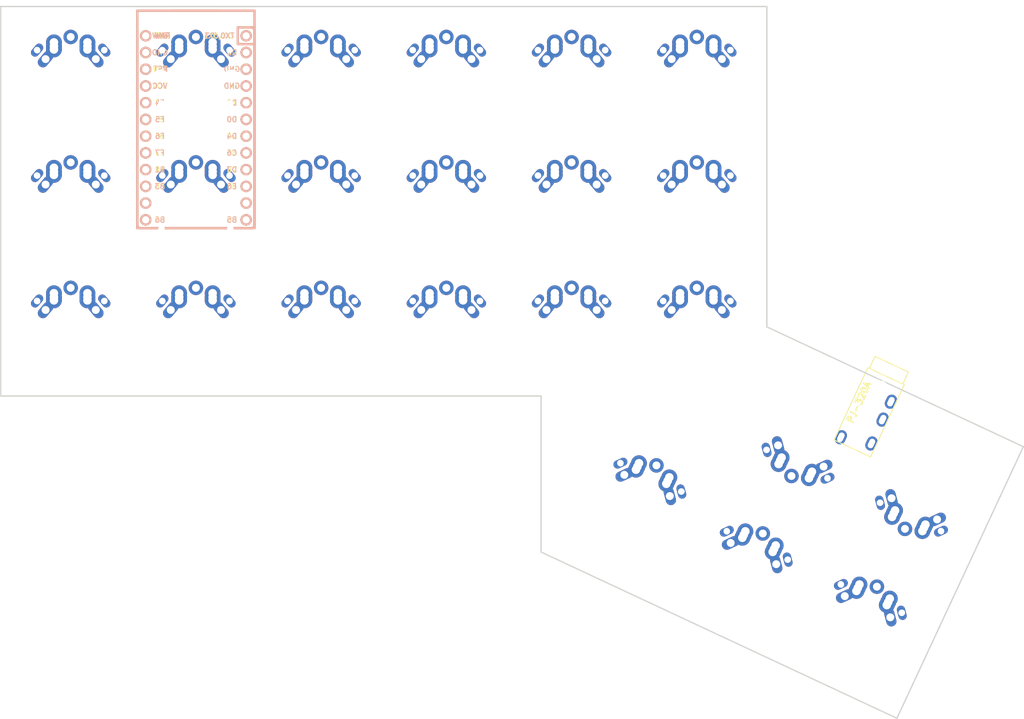
<source format=kicad_pcb>
(kicad_pcb (version 20171130) (host pcbnew 5.1.9-73d0e3b20d~88~ubuntu16.04.1)

  (general
    (thickness 1.6)
    (drawings 15)
    (tracks 0)
    (zones 0)
    (modules 25)
    (nets 73)
  )

  (page A4)
  (layers
    (0 F.Cu signal)
    (31 B.Cu signal)
    (32 B.Adhes user)
    (33 F.Adhes user)
    (34 B.Paste user)
    (35 F.Paste user)
    (36 B.SilkS user)
    (37 F.SilkS user)
    (38 B.Mask user)
    (39 F.Mask user)
    (40 Dwgs.User user)
    (41 Cmts.User user)
    (42 Eco1.User user)
    (43 Eco2.User user)
    (44 Edge.Cuts user)
    (45 Margin user)
    (46 B.CrtYd user)
    (47 F.CrtYd user)
    (48 B.Fab user)
    (49 F.Fab user)
  )

  (setup
    (last_trace_width 0.25)
    (trace_clearance 0.2)
    (zone_clearance 0.508)
    (zone_45_only no)
    (trace_min 0.2)
    (via_size 0.8)
    (via_drill 0.4)
    (via_min_size 0.4)
    (via_min_drill 0.3)
    (uvia_size 0.3)
    (uvia_drill 0.1)
    (uvias_allowed no)
    (uvia_min_size 0.2)
    (uvia_min_drill 0.1)
    (edge_width 0.05)
    (segment_width 0.2)
    (pcb_text_width 0.3)
    (pcb_text_size 1.5 1.5)
    (mod_edge_width 0.12)
    (mod_text_size 1 1)
    (mod_text_width 0.15)
    (pad_size 1.524 1.524)
    (pad_drill 0.762)
    (pad_to_mask_clearance 0)
    (aux_axis_origin 0 0)
    (visible_elements 7FFFFFFF)
    (pcbplotparams
      (layerselection 0x010fc_ffffffff)
      (usegerberextensions false)
      (usegerberattributes true)
      (usegerberadvancedattributes true)
      (creategerberjobfile true)
      (excludeedgelayer true)
      (linewidth 0.100000)
      (plotframeref false)
      (viasonmask false)
      (mode 1)
      (useauxorigin false)
      (hpglpennumber 1)
      (hpglpenspeed 20)
      (hpglpendiameter 15.000000)
      (psnegative false)
      (psa4output false)
      (plotreference true)
      (plotvalue true)
      (plotinvisibletext false)
      (padsonsilk false)
      (subtractmaskfromsilk false)
      (outputformat 1)
      (mirror false)
      (drillshape 1)
      (scaleselection 1)
      (outputdirectory ""))
  )

  (net 0 "")
  (net 1 "Net-(U1-PadGND)")
  (net 2 "Net-(U1-PadD2)")
  (net 3 "Net-(U1-PadB3)")
  (net 4 "Net-(U1-PadD1)")
  (net 5 "Net-(U1-PadC6)")
  (net 6 "Net-(U1-PadD4)")
  (net 7 "Net-(U1-PadB1)")
  (net 8 "Net-(U1-PadB4)")
  (net 9 "Net-(U1-PadB5)")
  (net 10 "Net-(U1-PadRST)")
  (net 11 "Net-(U1-PadB2)")
  (net 12 "Net-(U1-PadD7)")
  (net 13 "Net-(U1-PadF5)")
  (net 14 "Net-(U1-PadRAW)")
  (net 15 "Net-(U1-PadE6)")
  (net 16 "Net-(U1-PadF4)")
  (net 17 "Net-(U1-PadD3)")
  (net 18 "Net-(U1-PadD0)")
  (net 19 "Net-(U1-PadF6)")
  (net 20 "Net-(U1-PadVCC)")
  (net 21 "Net-(U1-PadF7)")
  (net 22 "Net-(U1-PadB6)")
  (net 23 "Net-(J1-Pad1)")
  (net 24 "Net-(J1-Pad2)")
  (net 25 "Net-(J1-Pad4)")
  (net 26 "Net-(J1-Pad3)")
  (net 27 "Net-(D1-Pad2)")
  (net 28 "Net-(SW1-Pad1)")
  (net 29 "Net-(D2-Pad2)")
  (net 30 "Net-(SW2-Pad1)")
  (net 31 "Net-(D3-Pad2)")
  (net 32 "Net-(SW3-Pad1)")
  (net 33 "Net-(D4-Pad2)")
  (net 34 "Net-(SW4-Pad1)")
  (net 35 "Net-(D5-Pad2)")
  (net 36 "Net-(SW5-Pad1)")
  (net 37 "Net-(D6-Pad2)")
  (net 38 "Net-(SW6-Pad1)")
  (net 39 "Net-(D7-Pad2)")
  (net 40 "Net-(SW7-Pad1)")
  (net 41 "Net-(D8-Pad2)")
  (net 42 "Net-(SW8-Pad1)")
  (net 43 "Net-(D9-Pad2)")
  (net 44 "Net-(SW9-Pad1)")
  (net 45 "Net-(D10-Pad2)")
  (net 46 "Net-(SW10-Pad1)")
  (net 47 "Net-(D11-Pad2)")
  (net 48 "Net-(SW11-Pad1)")
  (net 49 "Net-(D12-Pad2)")
  (net 50 "Net-(SW12-Pad1)")
  (net 51 "Net-(D13-Pad2)")
  (net 52 "Net-(SW13-Pad1)")
  (net 53 "Net-(D14-Pad2)")
  (net 54 "Net-(SW14-Pad1)")
  (net 55 "Net-(D15-Pad2)")
  (net 56 "Net-(SW15-Pad1)")
  (net 57 "Net-(D16-Pad2)")
  (net 58 "Net-(SW16-Pad1)")
  (net 59 "Net-(D17-Pad2)")
  (net 60 "Net-(SW17-Pad1)")
  (net 61 "Net-(D18-Pad2)")
  (net 62 "Net-(SW18-Pad1)")
  (net 63 "Net-(D19-Pad2)")
  (net 64 "Net-(SW19-Pad1)")
  (net 65 "Net-(D20-Pad2)")
  (net 66 "Net-(SW20-Pad1)")
  (net 67 "Net-(D21-Pad2)")
  (net 68 "Net-(SW21-Pad1)")
  (net 69 "Net-(D22-Pad2)")
  (net 70 "Net-(SW22-Pad1)")
  (net 71 "Net-(D23-Pad2)")
  (net 72 "Net-(SW23-Pad1)")

  (net_class Default "This is the default net class."
    (clearance 0.2)
    (trace_width 0.25)
    (via_dia 0.8)
    (via_drill 0.4)
    (uvia_dia 0.3)
    (uvia_drill 0.1)
    (add_net "Net-(D1-Pad2)")
    (add_net "Net-(D10-Pad2)")
    (add_net "Net-(D11-Pad2)")
    (add_net "Net-(D12-Pad2)")
    (add_net "Net-(D13-Pad2)")
    (add_net "Net-(D14-Pad2)")
    (add_net "Net-(D15-Pad2)")
    (add_net "Net-(D16-Pad2)")
    (add_net "Net-(D17-Pad2)")
    (add_net "Net-(D18-Pad2)")
    (add_net "Net-(D19-Pad2)")
    (add_net "Net-(D2-Pad2)")
    (add_net "Net-(D20-Pad2)")
    (add_net "Net-(D21-Pad2)")
    (add_net "Net-(D22-Pad2)")
    (add_net "Net-(D23-Pad2)")
    (add_net "Net-(D3-Pad2)")
    (add_net "Net-(D4-Pad2)")
    (add_net "Net-(D5-Pad2)")
    (add_net "Net-(D6-Pad2)")
    (add_net "Net-(D7-Pad2)")
    (add_net "Net-(D8-Pad2)")
    (add_net "Net-(D9-Pad2)")
    (add_net "Net-(J1-Pad1)")
    (add_net "Net-(J1-Pad2)")
    (add_net "Net-(J1-Pad3)")
    (add_net "Net-(J1-Pad4)")
    (add_net "Net-(SW1-Pad1)")
    (add_net "Net-(SW10-Pad1)")
    (add_net "Net-(SW11-Pad1)")
    (add_net "Net-(SW12-Pad1)")
    (add_net "Net-(SW13-Pad1)")
    (add_net "Net-(SW14-Pad1)")
    (add_net "Net-(SW15-Pad1)")
    (add_net "Net-(SW16-Pad1)")
    (add_net "Net-(SW17-Pad1)")
    (add_net "Net-(SW18-Pad1)")
    (add_net "Net-(SW19-Pad1)")
    (add_net "Net-(SW2-Pad1)")
    (add_net "Net-(SW20-Pad1)")
    (add_net "Net-(SW21-Pad1)")
    (add_net "Net-(SW22-Pad1)")
    (add_net "Net-(SW23-Pad1)")
    (add_net "Net-(SW3-Pad1)")
    (add_net "Net-(SW4-Pad1)")
    (add_net "Net-(SW5-Pad1)")
    (add_net "Net-(SW6-Pad1)")
    (add_net "Net-(SW7-Pad1)")
    (add_net "Net-(SW8-Pad1)")
    (add_net "Net-(SW9-Pad1)")
    (add_net "Net-(U1-PadB1)")
    (add_net "Net-(U1-PadB2)")
    (add_net "Net-(U1-PadB3)")
    (add_net "Net-(U1-PadB4)")
    (add_net "Net-(U1-PadB5)")
    (add_net "Net-(U1-PadB6)")
    (add_net "Net-(U1-PadC6)")
    (add_net "Net-(U1-PadD0)")
    (add_net "Net-(U1-PadD1)")
    (add_net "Net-(U1-PadD2)")
    (add_net "Net-(U1-PadD3)")
    (add_net "Net-(U1-PadD4)")
    (add_net "Net-(U1-PadD7)")
    (add_net "Net-(U1-PadE6)")
    (add_net "Net-(U1-PadF4)")
    (add_net "Net-(U1-PadF5)")
    (add_net "Net-(U1-PadF6)")
    (add_net "Net-(U1-PadF7)")
    (add_net "Net-(U1-PadGND)")
    (add_net "Net-(U1-PadRAW)")
    (add_net "Net-(U1-PadRST)")
    (add_net "Net-(U1-PadVCC)")
  )

  (module MX-Flip:SW-1u-Aps-Split (layer F.Cu) (tedit 5F9189B0) (tstamp 6031154C)
    (at 155.859548 118.835266 335)
    (path /6032F3C1)
    (fp_text reference SW23 (at -3.81 2.54 155) (layer Dwgs.User)
      (effects (font (size 1 1) (thickness 0.15)))
    )
    (fp_text value " " (at 3.81 2.54 155) (layer F.Fab)
      (effects (font (size 1 1) (thickness 0.15)))
    )
    (fp_line (start 6.985 6.985) (end -6.985 6.985) (layer Eco2.User) (width 0.1524))
    (fp_line (start -9.525 -9.525) (end -9.525 9.525) (layer Dwgs.User) (width 0.15))
    (fp_line (start 9.525 9.525) (end -9.525 9.525) (layer Dwgs.User) (width 0.15))
    (fp_line (start 9.525 -9.525) (end 9.525 9.525) (layer Dwgs.User) (width 0.15))
    (fp_line (start -9.525 -9.525) (end 9.525 -9.525) (layer Dwgs.User) (width 0.15))
    (fp_line (start -6.985 -6.00456) (end -6.985 -6.985) (layer Eco2.User) (width 0.1524))
    (fp_line (start -7.7978 -6.00456) (end -6.985 -6.00456) (layer Eco2.User) (width 0.1524))
    (fp_line (start -6.985 6.00456) (end -7.7978 6.00456) (layer Eco2.User) (width 0.1524))
    (fp_line (start -6.985 2.50444) (end -6.985 -2.50444) (layer Eco2.User) (width 0.1524))
    (fp_line (start -6.985 -2.50444) (end -7.7978 -2.50444) (layer Eco2.User) (width 0.1524))
    (fp_line (start -7.7978 -2.50444) (end -7.7978 -6.00456) (layer Eco2.User) (width 0.1524))
    (fp_line (start -7.7978 2.50444) (end -6.985 2.50444) (layer Eco2.User) (width 0.1524))
    (fp_line (start 6.985 -6.00456) (end 7.7978 -6.00456) (layer Eco2.User) (width 0.1524))
    (fp_line (start 6.985 -6.985) (end 6.985 -6.00456) (layer Eco2.User) (width 0.1524))
    (fp_line (start 7.7978 -2.50444) (end 6.985 -2.50444) (layer Eco2.User) (width 0.1524))
    (fp_line (start -6.985 -6.985) (end 6.985 -6.985) (layer Eco2.User) (width 0.1524))
    (fp_line (start 7.7978 -6.00456) (end 7.7978 -2.50444) (layer Eco2.User) (width 0.1524))
    (fp_line (start 6.985 -2.50444) (end 6.985 2.50444) (layer Eco2.User) (width 0.1524))
    (fp_line (start 7.7978 2.50444) (end 7.7978 6.00456) (layer Eco2.User) (width 0.1524))
    (fp_line (start 6.985 2.50444) (end 7.7978 2.50444) (layer Eco2.User) (width 0.1524))
    (fp_line (start 7.7978 6.00456) (end 6.985 6.00456) (layer Eco2.User) (width 0.1524))
    (fp_line (start -7.7978 6.00456) (end -7.7978 2.50444) (layer Eco2.User) (width 0.1524))
    (fp_line (start -6.985 6.985) (end -6.985 6.00456) (layer Eco2.User) (width 0.1524))
    (fp_line (start 6.985 6.00456) (end 6.985 6.985) (layer Eco2.User) (width 0.1524))
    (pad 2 thru_hole oval (at 5.1 -3.9 285) (size 2.2 1.25) (drill 1) (layers *.Cu *.Mask)
      (net 71 "Net-(D23-Pad2)"))
    (pad 2 thru_hole oval (at -3.81 -2.54 25) (size 2.8 1.55) (drill 1.2) (layers *.Cu *.Mask)
      (net 71 "Net-(D23-Pad2)"))
    (pad "" np_thru_hole circle (at -5.08 0 335) (size 1.7 1.7) (drill 1.7) (layers *.Cu *.Mask))
    (pad "" np_thru_hole circle (at 5.22 4.2 335) (size 1 1) (drill 1) (layers *.Cu *.Mask))
    (pad "" np_thru_hole circle (at 5.08 0 335) (size 1.7 1.7) (drill 1.7) (layers *.Cu *.Mask))
    (pad 2 thru_hole circle (at -2.54 -4.5 335) (size 2.4 2.4) (drill 1.3) (layers *.Cu *.Mask)
      (net 71 "Net-(D23-Pad2)"))
    (pad 1 thru_hole oval (at 3.81 -2.54 285) (size 2.8 1.55) (drill 1.2) (layers *.Cu *.Mask)
      (net 72 "Net-(SW23-Pad1)"))
    (pad 2 thru_hole circle (at -2.54 -5.08 335) (size 2.4 2.4) (drill 1.3) (layers *.Cu *.Mask)
      (net 71 "Net-(D23-Pad2)"))
    (pad "" np_thru_hole circle (at -5.22 4.2 335) (size 1 1) (drill 1) (layers *.Cu *.Mask))
    (pad 2 thru_hole circle (at -2.54 -4 335) (size 2.4 2.4) (drill 1.3) (layers *.Cu *.Mask)
      (net 71 "Net-(D23-Pad2)"))
    (pad 2 thru_hole oval (at -5.1 -3.9 25) (size 2.2 1.25) (drill 1) (layers *.Cu *.Mask)
      (net 71 "Net-(D23-Pad2)"))
    (pad "" np_thru_hole circle (at 5.5 0 65) (size 1.9 1.9) (drill 1.9) (layers *.Cu *.Mask))
    (pad "" np_thru_hole circle (at -5.5 0 65) (size 1.9 1.9) (drill 1.9) (layers *.Cu *.Mask))
    (pad "" np_thru_hole circle (at 0 0 65) (size 4 4) (drill 4) (layers *.Cu *.Mask))
    (pad 1 thru_hole circle (at 2.54 -5.08 335) (size 2.4 2.4) (drill 1.3) (layers *.Cu *.Mask)
      (net 72 "Net-(SW23-Pad1)"))
    (pad 1 thru_hole circle (at 0 -5.9 65) (size 2.2 2.2) (drill 1.2) (layers *.Cu *.Mask)
      (net 72 "Net-(SW23-Pad1)"))
    (pad 1 thru_hole circle (at 2.54 -4.5 335) (size 2.4 2.4) (drill 1.3) (layers *.Cu *.Mask)
      (net 72 "Net-(SW23-Pad1)"))
    (pad 1 thru_hole circle (at 2.54 -4 335) (size 2.4 2.4) (drill 1.3) (layers *.Cu *.Mask)
      (net 72 "Net-(SW23-Pad1)"))
  )

  (module MX-Flip:SW-1u-Aps-Split (layer F.Cu) (tedit 5F9189B0) (tstamp 6031150E)
    (at 138.548919 110.763358 335)
    (path /6032F3B5)
    (fp_text reference SW22 (at -3.81 2.54 155) (layer Dwgs.User)
      (effects (font (size 1 1) (thickness 0.15)))
    )
    (fp_text value " " (at 3.81 2.54 155) (layer F.Fab)
      (effects (font (size 1 1) (thickness 0.15)))
    )
    (fp_line (start 6.985 6.985) (end -6.985 6.985) (layer Eco2.User) (width 0.1524))
    (fp_line (start -9.525 -9.525) (end -9.525 9.525) (layer Dwgs.User) (width 0.15))
    (fp_line (start 9.525 9.525) (end -9.525 9.525) (layer Dwgs.User) (width 0.15))
    (fp_line (start 9.525 -9.525) (end 9.525 9.525) (layer Dwgs.User) (width 0.15))
    (fp_line (start -9.525 -9.525) (end 9.525 -9.525) (layer Dwgs.User) (width 0.15))
    (fp_line (start -6.985 -6.00456) (end -6.985 -6.985) (layer Eco2.User) (width 0.1524))
    (fp_line (start -7.7978 -6.00456) (end -6.985 -6.00456) (layer Eco2.User) (width 0.1524))
    (fp_line (start -6.985 6.00456) (end -7.7978 6.00456) (layer Eco2.User) (width 0.1524))
    (fp_line (start -6.985 2.50444) (end -6.985 -2.50444) (layer Eco2.User) (width 0.1524))
    (fp_line (start -6.985 -2.50444) (end -7.7978 -2.50444) (layer Eco2.User) (width 0.1524))
    (fp_line (start -7.7978 -2.50444) (end -7.7978 -6.00456) (layer Eco2.User) (width 0.1524))
    (fp_line (start -7.7978 2.50444) (end -6.985 2.50444) (layer Eco2.User) (width 0.1524))
    (fp_line (start 6.985 -6.00456) (end 7.7978 -6.00456) (layer Eco2.User) (width 0.1524))
    (fp_line (start 6.985 -6.985) (end 6.985 -6.00456) (layer Eco2.User) (width 0.1524))
    (fp_line (start 7.7978 -2.50444) (end 6.985 -2.50444) (layer Eco2.User) (width 0.1524))
    (fp_line (start -6.985 -6.985) (end 6.985 -6.985) (layer Eco2.User) (width 0.1524))
    (fp_line (start 7.7978 -6.00456) (end 7.7978 -2.50444) (layer Eco2.User) (width 0.1524))
    (fp_line (start 6.985 -2.50444) (end 6.985 2.50444) (layer Eco2.User) (width 0.1524))
    (fp_line (start 7.7978 2.50444) (end 7.7978 6.00456) (layer Eco2.User) (width 0.1524))
    (fp_line (start 6.985 2.50444) (end 7.7978 2.50444) (layer Eco2.User) (width 0.1524))
    (fp_line (start 7.7978 6.00456) (end 6.985 6.00456) (layer Eco2.User) (width 0.1524))
    (fp_line (start -7.7978 6.00456) (end -7.7978 2.50444) (layer Eco2.User) (width 0.1524))
    (fp_line (start -6.985 6.985) (end -6.985 6.00456) (layer Eco2.User) (width 0.1524))
    (fp_line (start 6.985 6.00456) (end 6.985 6.985) (layer Eco2.User) (width 0.1524))
    (pad 2 thru_hole oval (at 5.1 -3.9 285) (size 2.2 1.25) (drill 1) (layers *.Cu *.Mask)
      (net 69 "Net-(D22-Pad2)"))
    (pad 2 thru_hole oval (at -3.81 -2.54 25) (size 2.8 1.55) (drill 1.2) (layers *.Cu *.Mask)
      (net 69 "Net-(D22-Pad2)"))
    (pad "" np_thru_hole circle (at -5.08 0 335) (size 1.7 1.7) (drill 1.7) (layers *.Cu *.Mask))
    (pad "" np_thru_hole circle (at 5.22 4.2 335) (size 1 1) (drill 1) (layers *.Cu *.Mask))
    (pad "" np_thru_hole circle (at 5.08 0 335) (size 1.7 1.7) (drill 1.7) (layers *.Cu *.Mask))
    (pad 2 thru_hole circle (at -2.54 -4.5 335) (size 2.4 2.4) (drill 1.3) (layers *.Cu *.Mask)
      (net 69 "Net-(D22-Pad2)"))
    (pad 1 thru_hole oval (at 3.81 -2.54 285) (size 2.8 1.55) (drill 1.2) (layers *.Cu *.Mask)
      (net 70 "Net-(SW22-Pad1)"))
    (pad 2 thru_hole circle (at -2.54 -5.08 335) (size 2.4 2.4) (drill 1.3) (layers *.Cu *.Mask)
      (net 69 "Net-(D22-Pad2)"))
    (pad "" np_thru_hole circle (at -5.22 4.2 335) (size 1 1) (drill 1) (layers *.Cu *.Mask))
    (pad 2 thru_hole circle (at -2.54 -4 335) (size 2.4 2.4) (drill 1.3) (layers *.Cu *.Mask)
      (net 69 "Net-(D22-Pad2)"))
    (pad 2 thru_hole oval (at -5.1 -3.9 25) (size 2.2 1.25) (drill 1) (layers *.Cu *.Mask)
      (net 69 "Net-(D22-Pad2)"))
    (pad "" np_thru_hole circle (at 5.5 0 65) (size 1.9 1.9) (drill 1.9) (layers *.Cu *.Mask))
    (pad "" np_thru_hole circle (at -5.5 0 65) (size 1.9 1.9) (drill 1.9) (layers *.Cu *.Mask))
    (pad "" np_thru_hole circle (at 0 0 65) (size 4 4) (drill 4) (layers *.Cu *.Mask))
    (pad 1 thru_hole circle (at 2.54 -5.08 335) (size 2.4 2.4) (drill 1.3) (layers *.Cu *.Mask)
      (net 70 "Net-(SW22-Pad1)"))
    (pad 1 thru_hole circle (at 0 -5.9 65) (size 2.2 2.2) (drill 1.2) (layers *.Cu *.Mask)
      (net 70 "Net-(SW22-Pad1)"))
    (pad 1 thru_hole circle (at 2.54 -4.5 335) (size 2.4 2.4) (drill 1.3) (layers *.Cu *.Mask)
      (net 70 "Net-(SW22-Pad1)"))
    (pad 1 thru_hole circle (at 2.54 -4 335) (size 2.4 2.4) (drill 1.3) (layers *.Cu *.Mask)
      (net 70 "Net-(SW22-Pad1)"))
  )

  (module MX-Flip:SW-1u-Aps-Split (layer F.Cu) (tedit 5F9189B0) (tstamp 603114D0)
    (at 122.407043 100.422383 335)
    (path /6032F3AF)
    (fp_text reference SW21 (at -3.81 2.54 155) (layer Dwgs.User)
      (effects (font (size 1 1) (thickness 0.15)))
    )
    (fp_text value " " (at 3.81 2.54 155) (layer F.Fab)
      (effects (font (size 1 1) (thickness 0.15)))
    )
    (fp_line (start 6.985 6.985) (end -6.985 6.985) (layer Eco2.User) (width 0.1524))
    (fp_line (start -9.525 -9.525) (end -9.525 9.525) (layer Dwgs.User) (width 0.15))
    (fp_line (start 9.525 9.525) (end -9.525 9.525) (layer Dwgs.User) (width 0.15))
    (fp_line (start 9.525 -9.525) (end 9.525 9.525) (layer Dwgs.User) (width 0.15))
    (fp_line (start -9.525 -9.525) (end 9.525 -9.525) (layer Dwgs.User) (width 0.15))
    (fp_line (start -6.985 -6.00456) (end -6.985 -6.985) (layer Eco2.User) (width 0.1524))
    (fp_line (start -7.7978 -6.00456) (end -6.985 -6.00456) (layer Eco2.User) (width 0.1524))
    (fp_line (start -6.985 6.00456) (end -7.7978 6.00456) (layer Eco2.User) (width 0.1524))
    (fp_line (start -6.985 2.50444) (end -6.985 -2.50444) (layer Eco2.User) (width 0.1524))
    (fp_line (start -6.985 -2.50444) (end -7.7978 -2.50444) (layer Eco2.User) (width 0.1524))
    (fp_line (start -7.7978 -2.50444) (end -7.7978 -6.00456) (layer Eco2.User) (width 0.1524))
    (fp_line (start -7.7978 2.50444) (end -6.985 2.50444) (layer Eco2.User) (width 0.1524))
    (fp_line (start 6.985 -6.00456) (end 7.7978 -6.00456) (layer Eco2.User) (width 0.1524))
    (fp_line (start 6.985 -6.985) (end 6.985 -6.00456) (layer Eco2.User) (width 0.1524))
    (fp_line (start 7.7978 -2.50444) (end 6.985 -2.50444) (layer Eco2.User) (width 0.1524))
    (fp_line (start -6.985 -6.985) (end 6.985 -6.985) (layer Eco2.User) (width 0.1524))
    (fp_line (start 7.7978 -6.00456) (end 7.7978 -2.50444) (layer Eco2.User) (width 0.1524))
    (fp_line (start 6.985 -2.50444) (end 6.985 2.50444) (layer Eco2.User) (width 0.1524))
    (fp_line (start 7.7978 2.50444) (end 7.7978 6.00456) (layer Eco2.User) (width 0.1524))
    (fp_line (start 6.985 2.50444) (end 7.7978 2.50444) (layer Eco2.User) (width 0.1524))
    (fp_line (start 7.7978 6.00456) (end 6.985 6.00456) (layer Eco2.User) (width 0.1524))
    (fp_line (start -7.7978 6.00456) (end -7.7978 2.50444) (layer Eco2.User) (width 0.1524))
    (fp_line (start -6.985 6.985) (end -6.985 6.00456) (layer Eco2.User) (width 0.1524))
    (fp_line (start 6.985 6.00456) (end 6.985 6.985) (layer Eco2.User) (width 0.1524))
    (pad 2 thru_hole oval (at 5.1 -3.9 285) (size 2.2 1.25) (drill 1) (layers *.Cu *.Mask)
      (net 67 "Net-(D21-Pad2)"))
    (pad 2 thru_hole oval (at -3.81 -2.54 25) (size 2.8 1.55) (drill 1.2) (layers *.Cu *.Mask)
      (net 67 "Net-(D21-Pad2)"))
    (pad "" np_thru_hole circle (at -5.08 0 335) (size 1.7 1.7) (drill 1.7) (layers *.Cu *.Mask))
    (pad "" np_thru_hole circle (at 5.22 4.2 335) (size 1 1) (drill 1) (layers *.Cu *.Mask))
    (pad "" np_thru_hole circle (at 5.08 0 335) (size 1.7 1.7) (drill 1.7) (layers *.Cu *.Mask))
    (pad 2 thru_hole circle (at -2.54 -4.5 335) (size 2.4 2.4) (drill 1.3) (layers *.Cu *.Mask)
      (net 67 "Net-(D21-Pad2)"))
    (pad 1 thru_hole oval (at 3.81 -2.54 285) (size 2.8 1.55) (drill 1.2) (layers *.Cu *.Mask)
      (net 68 "Net-(SW21-Pad1)"))
    (pad 2 thru_hole circle (at -2.54 -5.08 335) (size 2.4 2.4) (drill 1.3) (layers *.Cu *.Mask)
      (net 67 "Net-(D21-Pad2)"))
    (pad "" np_thru_hole circle (at -5.22 4.2 335) (size 1 1) (drill 1) (layers *.Cu *.Mask))
    (pad 2 thru_hole circle (at -2.54 -4 335) (size 2.4 2.4) (drill 1.3) (layers *.Cu *.Mask)
      (net 67 "Net-(D21-Pad2)"))
    (pad 2 thru_hole oval (at -5.1 -3.9 25) (size 2.2 1.25) (drill 1) (layers *.Cu *.Mask)
      (net 67 "Net-(D21-Pad2)"))
    (pad "" np_thru_hole circle (at 5.5 0 65) (size 1.9 1.9) (drill 1.9) (layers *.Cu *.Mask))
    (pad "" np_thru_hole circle (at -5.5 0 65) (size 1.9 1.9) (drill 1.9) (layers *.Cu *.Mask))
    (pad "" np_thru_hole circle (at 0 0 65) (size 4 4) (drill 4) (layers *.Cu *.Mask))
    (pad 1 thru_hole circle (at 2.54 -5.08 335) (size 2.4 2.4) (drill 1.3) (layers *.Cu *.Mask)
      (net 68 "Net-(SW21-Pad1)"))
    (pad 1 thru_hole circle (at 0 -5.9 65) (size 2.2 2.2) (drill 1.2) (layers *.Cu *.Mask)
      (net 68 "Net-(SW21-Pad1)"))
    (pad 1 thru_hole circle (at 2.54 -4.5 335) (size 2.4 2.4) (drill 1.3) (layers *.Cu *.Mask)
      (net 68 "Net-(SW21-Pad1)"))
    (pad 1 thru_hole circle (at 2.54 -4 335) (size 2.4 2.4) (drill 1.3) (layers *.Cu *.Mask)
      (net 68 "Net-(SW21-Pad1)"))
  )

  (module MX-Flip:SW-1u-Aps-Split (layer F.Cu) (tedit 5F9189B0) (tstamp 60311492)
    (at 131.024726 74.015203)
    (path /6032F3A9)
    (fp_text reference SW20 (at -3.81 2.54) (layer Dwgs.User)
      (effects (font (size 1 1) (thickness 0.15)))
    )
    (fp_text value " " (at 3.81 2.54) (layer F.Fab)
      (effects (font (size 1 1) (thickness 0.15)))
    )
    (fp_line (start 6.985 6.985) (end -6.985 6.985) (layer Eco2.User) (width 0.1524))
    (fp_line (start -9.525 -9.525) (end -9.525 9.525) (layer Dwgs.User) (width 0.15))
    (fp_line (start 9.525 9.525) (end -9.525 9.525) (layer Dwgs.User) (width 0.15))
    (fp_line (start 9.525 -9.525) (end 9.525 9.525) (layer Dwgs.User) (width 0.15))
    (fp_line (start -9.525 -9.525) (end 9.525 -9.525) (layer Dwgs.User) (width 0.15))
    (fp_line (start -6.985 -6.00456) (end -6.985 -6.985) (layer Eco2.User) (width 0.1524))
    (fp_line (start -7.7978 -6.00456) (end -6.985 -6.00456) (layer Eco2.User) (width 0.1524))
    (fp_line (start -6.985 6.00456) (end -7.7978 6.00456) (layer Eco2.User) (width 0.1524))
    (fp_line (start -6.985 2.50444) (end -6.985 -2.50444) (layer Eco2.User) (width 0.1524))
    (fp_line (start -6.985 -2.50444) (end -7.7978 -2.50444) (layer Eco2.User) (width 0.1524))
    (fp_line (start -7.7978 -2.50444) (end -7.7978 -6.00456) (layer Eco2.User) (width 0.1524))
    (fp_line (start -7.7978 2.50444) (end -6.985 2.50444) (layer Eco2.User) (width 0.1524))
    (fp_line (start 6.985 -6.00456) (end 7.7978 -6.00456) (layer Eco2.User) (width 0.1524))
    (fp_line (start 6.985 -6.985) (end 6.985 -6.00456) (layer Eco2.User) (width 0.1524))
    (fp_line (start 7.7978 -2.50444) (end 6.985 -2.50444) (layer Eco2.User) (width 0.1524))
    (fp_line (start -6.985 -6.985) (end 6.985 -6.985) (layer Eco2.User) (width 0.1524))
    (fp_line (start 7.7978 -6.00456) (end 7.7978 -2.50444) (layer Eco2.User) (width 0.1524))
    (fp_line (start 6.985 -2.50444) (end 6.985 2.50444) (layer Eco2.User) (width 0.1524))
    (fp_line (start 7.7978 2.50444) (end 7.7978 6.00456) (layer Eco2.User) (width 0.1524))
    (fp_line (start 6.985 2.50444) (end 7.7978 2.50444) (layer Eco2.User) (width 0.1524))
    (fp_line (start 7.7978 6.00456) (end 6.985 6.00456) (layer Eco2.User) (width 0.1524))
    (fp_line (start -7.7978 6.00456) (end -7.7978 2.50444) (layer Eco2.User) (width 0.1524))
    (fp_line (start -6.985 6.985) (end -6.985 6.00456) (layer Eco2.User) (width 0.1524))
    (fp_line (start 6.985 6.00456) (end 6.985 6.985) (layer Eco2.User) (width 0.1524))
    (pad 2 thru_hole oval (at 5.1 -3.9 310) (size 2.2 1.25) (drill 1) (layers *.Cu *.Mask)
      (net 65 "Net-(D20-Pad2)"))
    (pad 2 thru_hole oval (at -3.81 -2.54 50) (size 2.8 1.55) (drill 1.2) (layers *.Cu *.Mask)
      (net 65 "Net-(D20-Pad2)"))
    (pad "" np_thru_hole circle (at -5.08 0) (size 1.7 1.7) (drill 1.7) (layers *.Cu *.Mask))
    (pad "" np_thru_hole circle (at 5.22 4.2) (size 1 1) (drill 1) (layers *.Cu *.Mask))
    (pad "" np_thru_hole circle (at 5.08 0) (size 1.7 1.7) (drill 1.7) (layers *.Cu *.Mask))
    (pad 2 thru_hole circle (at -2.54 -4.5) (size 2.4 2.4) (drill 1.3) (layers *.Cu *.Mask)
      (net 65 "Net-(D20-Pad2)"))
    (pad 1 thru_hole oval (at 3.81 -2.54 310) (size 2.8 1.55) (drill 1.2) (layers *.Cu *.Mask)
      (net 66 "Net-(SW20-Pad1)"))
    (pad 2 thru_hole circle (at -2.54 -5.08) (size 2.4 2.4) (drill 1.3) (layers *.Cu *.Mask)
      (net 65 "Net-(D20-Pad2)"))
    (pad "" np_thru_hole circle (at -5.22 4.2) (size 1 1) (drill 1) (layers *.Cu *.Mask))
    (pad 2 thru_hole circle (at -2.54 -4) (size 2.4 2.4) (drill 1.3) (layers *.Cu *.Mask)
      (net 65 "Net-(D20-Pad2)"))
    (pad 2 thru_hole oval (at -5.1 -3.9 50) (size 2.2 1.25) (drill 1) (layers *.Cu *.Mask)
      (net 65 "Net-(D20-Pad2)"))
    (pad "" np_thru_hole circle (at 5.5 0 90) (size 1.9 1.9) (drill 1.9) (layers *.Cu *.Mask))
    (pad "" np_thru_hole circle (at -5.5 0 90) (size 1.9 1.9) (drill 1.9) (layers *.Cu *.Mask))
    (pad "" np_thru_hole circle (at 0 0 90) (size 4 4) (drill 4) (layers *.Cu *.Mask))
    (pad 1 thru_hole circle (at 2.54 -5.08) (size 2.4 2.4) (drill 1.3) (layers *.Cu *.Mask)
      (net 66 "Net-(SW20-Pad1)"))
    (pad 1 thru_hole circle (at 0 -5.9 90) (size 2.2 2.2) (drill 1.2) (layers *.Cu *.Mask)
      (net 66 "Net-(SW20-Pad1)"))
    (pad 1 thru_hole circle (at 2.54 -4.5) (size 2.4 2.4) (drill 1.3) (layers *.Cu *.Mask)
      (net 66 "Net-(SW20-Pad1)"))
    (pad 1 thru_hole circle (at 2.54 -4) (size 2.4 2.4) (drill 1.3) (layers *.Cu *.Mask)
      (net 66 "Net-(SW20-Pad1)"))
  )

  (module MX-Flip:SW-1u-Aps-Split (layer F.Cu) (tedit 5F9189B0) (tstamp 60311454)
    (at 112.024726 74.015203)
    (path /6032F3BB)
    (fp_text reference SW19 (at -3.81 2.54) (layer Dwgs.User)
      (effects (font (size 1 1) (thickness 0.15)))
    )
    (fp_text value " " (at 3.81 2.54) (layer F.Fab)
      (effects (font (size 1 1) (thickness 0.15)))
    )
    (fp_line (start 6.985 6.985) (end -6.985 6.985) (layer Eco2.User) (width 0.1524))
    (fp_line (start -9.525 -9.525) (end -9.525 9.525) (layer Dwgs.User) (width 0.15))
    (fp_line (start 9.525 9.525) (end -9.525 9.525) (layer Dwgs.User) (width 0.15))
    (fp_line (start 9.525 -9.525) (end 9.525 9.525) (layer Dwgs.User) (width 0.15))
    (fp_line (start -9.525 -9.525) (end 9.525 -9.525) (layer Dwgs.User) (width 0.15))
    (fp_line (start -6.985 -6.00456) (end -6.985 -6.985) (layer Eco2.User) (width 0.1524))
    (fp_line (start -7.7978 -6.00456) (end -6.985 -6.00456) (layer Eco2.User) (width 0.1524))
    (fp_line (start -6.985 6.00456) (end -7.7978 6.00456) (layer Eco2.User) (width 0.1524))
    (fp_line (start -6.985 2.50444) (end -6.985 -2.50444) (layer Eco2.User) (width 0.1524))
    (fp_line (start -6.985 -2.50444) (end -7.7978 -2.50444) (layer Eco2.User) (width 0.1524))
    (fp_line (start -7.7978 -2.50444) (end -7.7978 -6.00456) (layer Eco2.User) (width 0.1524))
    (fp_line (start -7.7978 2.50444) (end -6.985 2.50444) (layer Eco2.User) (width 0.1524))
    (fp_line (start 6.985 -6.00456) (end 7.7978 -6.00456) (layer Eco2.User) (width 0.1524))
    (fp_line (start 6.985 -6.985) (end 6.985 -6.00456) (layer Eco2.User) (width 0.1524))
    (fp_line (start 7.7978 -2.50444) (end 6.985 -2.50444) (layer Eco2.User) (width 0.1524))
    (fp_line (start -6.985 -6.985) (end 6.985 -6.985) (layer Eco2.User) (width 0.1524))
    (fp_line (start 7.7978 -6.00456) (end 7.7978 -2.50444) (layer Eco2.User) (width 0.1524))
    (fp_line (start 6.985 -2.50444) (end 6.985 2.50444) (layer Eco2.User) (width 0.1524))
    (fp_line (start 7.7978 2.50444) (end 7.7978 6.00456) (layer Eco2.User) (width 0.1524))
    (fp_line (start 6.985 2.50444) (end 7.7978 2.50444) (layer Eco2.User) (width 0.1524))
    (fp_line (start 7.7978 6.00456) (end 6.985 6.00456) (layer Eco2.User) (width 0.1524))
    (fp_line (start -7.7978 6.00456) (end -7.7978 2.50444) (layer Eco2.User) (width 0.1524))
    (fp_line (start -6.985 6.985) (end -6.985 6.00456) (layer Eco2.User) (width 0.1524))
    (fp_line (start 6.985 6.00456) (end 6.985 6.985) (layer Eco2.User) (width 0.1524))
    (pad 2 thru_hole oval (at 5.1 -3.9 310) (size 2.2 1.25) (drill 1) (layers *.Cu *.Mask)
      (net 63 "Net-(D19-Pad2)"))
    (pad 2 thru_hole oval (at -3.81 -2.54 50) (size 2.8 1.55) (drill 1.2) (layers *.Cu *.Mask)
      (net 63 "Net-(D19-Pad2)"))
    (pad "" np_thru_hole circle (at -5.08 0) (size 1.7 1.7) (drill 1.7) (layers *.Cu *.Mask))
    (pad "" np_thru_hole circle (at 5.22 4.2) (size 1 1) (drill 1) (layers *.Cu *.Mask))
    (pad "" np_thru_hole circle (at 5.08 0) (size 1.7 1.7) (drill 1.7) (layers *.Cu *.Mask))
    (pad 2 thru_hole circle (at -2.54 -4.5) (size 2.4 2.4) (drill 1.3) (layers *.Cu *.Mask)
      (net 63 "Net-(D19-Pad2)"))
    (pad 1 thru_hole oval (at 3.81 -2.54 310) (size 2.8 1.55) (drill 1.2) (layers *.Cu *.Mask)
      (net 64 "Net-(SW19-Pad1)"))
    (pad 2 thru_hole circle (at -2.54 -5.08) (size 2.4 2.4) (drill 1.3) (layers *.Cu *.Mask)
      (net 63 "Net-(D19-Pad2)"))
    (pad "" np_thru_hole circle (at -5.22 4.2) (size 1 1) (drill 1) (layers *.Cu *.Mask))
    (pad 2 thru_hole circle (at -2.54 -4) (size 2.4 2.4) (drill 1.3) (layers *.Cu *.Mask)
      (net 63 "Net-(D19-Pad2)"))
    (pad 2 thru_hole oval (at -5.1 -3.9 50) (size 2.2 1.25) (drill 1) (layers *.Cu *.Mask)
      (net 63 "Net-(D19-Pad2)"))
    (pad "" np_thru_hole circle (at 5.5 0 90) (size 1.9 1.9) (drill 1.9) (layers *.Cu *.Mask))
    (pad "" np_thru_hole circle (at -5.5 0 90) (size 1.9 1.9) (drill 1.9) (layers *.Cu *.Mask))
    (pad "" np_thru_hole circle (at 0 0 90) (size 4 4) (drill 4) (layers *.Cu *.Mask))
    (pad 1 thru_hole circle (at 2.54 -5.08) (size 2.4 2.4) (drill 1.3) (layers *.Cu *.Mask)
      (net 64 "Net-(SW19-Pad1)"))
    (pad 1 thru_hole circle (at 0 -5.9 90) (size 2.2 2.2) (drill 1.2) (layers *.Cu *.Mask)
      (net 64 "Net-(SW19-Pad1)"))
    (pad 1 thru_hole circle (at 2.54 -4.5) (size 2.4 2.4) (drill 1.3) (layers *.Cu *.Mask)
      (net 64 "Net-(SW19-Pad1)"))
    (pad 1 thru_hole circle (at 2.54 -4) (size 2.4 2.4) (drill 1.3) (layers *.Cu *.Mask)
      (net 64 "Net-(SW19-Pad1)"))
  )

  (module MX-Flip:SW-1u-Aps-Split (layer F.Cu) (tedit 5F9189B0) (tstamp 60311416)
    (at 93.024726 74.015203)
    (path /6032F3A3)
    (fp_text reference SW18 (at -3.81 2.54) (layer Dwgs.User)
      (effects (font (size 1 1) (thickness 0.15)))
    )
    (fp_text value " " (at 3.81 2.54) (layer F.Fab)
      (effects (font (size 1 1) (thickness 0.15)))
    )
    (fp_line (start 6.985 6.985) (end -6.985 6.985) (layer Eco2.User) (width 0.1524))
    (fp_line (start -9.525 -9.525) (end -9.525 9.525) (layer Dwgs.User) (width 0.15))
    (fp_line (start 9.525 9.525) (end -9.525 9.525) (layer Dwgs.User) (width 0.15))
    (fp_line (start 9.525 -9.525) (end 9.525 9.525) (layer Dwgs.User) (width 0.15))
    (fp_line (start -9.525 -9.525) (end 9.525 -9.525) (layer Dwgs.User) (width 0.15))
    (fp_line (start -6.985 -6.00456) (end -6.985 -6.985) (layer Eco2.User) (width 0.1524))
    (fp_line (start -7.7978 -6.00456) (end -6.985 -6.00456) (layer Eco2.User) (width 0.1524))
    (fp_line (start -6.985 6.00456) (end -7.7978 6.00456) (layer Eco2.User) (width 0.1524))
    (fp_line (start -6.985 2.50444) (end -6.985 -2.50444) (layer Eco2.User) (width 0.1524))
    (fp_line (start -6.985 -2.50444) (end -7.7978 -2.50444) (layer Eco2.User) (width 0.1524))
    (fp_line (start -7.7978 -2.50444) (end -7.7978 -6.00456) (layer Eco2.User) (width 0.1524))
    (fp_line (start -7.7978 2.50444) (end -6.985 2.50444) (layer Eco2.User) (width 0.1524))
    (fp_line (start 6.985 -6.00456) (end 7.7978 -6.00456) (layer Eco2.User) (width 0.1524))
    (fp_line (start 6.985 -6.985) (end 6.985 -6.00456) (layer Eco2.User) (width 0.1524))
    (fp_line (start 7.7978 -2.50444) (end 6.985 -2.50444) (layer Eco2.User) (width 0.1524))
    (fp_line (start -6.985 -6.985) (end 6.985 -6.985) (layer Eco2.User) (width 0.1524))
    (fp_line (start 7.7978 -6.00456) (end 7.7978 -2.50444) (layer Eco2.User) (width 0.1524))
    (fp_line (start 6.985 -2.50444) (end 6.985 2.50444) (layer Eco2.User) (width 0.1524))
    (fp_line (start 7.7978 2.50444) (end 7.7978 6.00456) (layer Eco2.User) (width 0.1524))
    (fp_line (start 6.985 2.50444) (end 7.7978 2.50444) (layer Eco2.User) (width 0.1524))
    (fp_line (start 7.7978 6.00456) (end 6.985 6.00456) (layer Eco2.User) (width 0.1524))
    (fp_line (start -7.7978 6.00456) (end -7.7978 2.50444) (layer Eco2.User) (width 0.1524))
    (fp_line (start -6.985 6.985) (end -6.985 6.00456) (layer Eco2.User) (width 0.1524))
    (fp_line (start 6.985 6.00456) (end 6.985 6.985) (layer Eco2.User) (width 0.1524))
    (pad 2 thru_hole oval (at 5.1 -3.9 310) (size 2.2 1.25) (drill 1) (layers *.Cu *.Mask)
      (net 61 "Net-(D18-Pad2)"))
    (pad 2 thru_hole oval (at -3.81 -2.54 50) (size 2.8 1.55) (drill 1.2) (layers *.Cu *.Mask)
      (net 61 "Net-(D18-Pad2)"))
    (pad "" np_thru_hole circle (at -5.08 0) (size 1.7 1.7) (drill 1.7) (layers *.Cu *.Mask))
    (pad "" np_thru_hole circle (at 5.22 4.2) (size 1 1) (drill 1) (layers *.Cu *.Mask))
    (pad "" np_thru_hole circle (at 5.08 0) (size 1.7 1.7) (drill 1.7) (layers *.Cu *.Mask))
    (pad 2 thru_hole circle (at -2.54 -4.5) (size 2.4 2.4) (drill 1.3) (layers *.Cu *.Mask)
      (net 61 "Net-(D18-Pad2)"))
    (pad 1 thru_hole oval (at 3.81 -2.54 310) (size 2.8 1.55) (drill 1.2) (layers *.Cu *.Mask)
      (net 62 "Net-(SW18-Pad1)"))
    (pad 2 thru_hole circle (at -2.54 -5.08) (size 2.4 2.4) (drill 1.3) (layers *.Cu *.Mask)
      (net 61 "Net-(D18-Pad2)"))
    (pad "" np_thru_hole circle (at -5.22 4.2) (size 1 1) (drill 1) (layers *.Cu *.Mask))
    (pad 2 thru_hole circle (at -2.54 -4) (size 2.4 2.4) (drill 1.3) (layers *.Cu *.Mask)
      (net 61 "Net-(D18-Pad2)"))
    (pad 2 thru_hole oval (at -5.1 -3.9 50) (size 2.2 1.25) (drill 1) (layers *.Cu *.Mask)
      (net 61 "Net-(D18-Pad2)"))
    (pad "" np_thru_hole circle (at 5.5 0 90) (size 1.9 1.9) (drill 1.9) (layers *.Cu *.Mask))
    (pad "" np_thru_hole circle (at -5.5 0 90) (size 1.9 1.9) (drill 1.9) (layers *.Cu *.Mask))
    (pad "" np_thru_hole circle (at 0 0 90) (size 4 4) (drill 4) (layers *.Cu *.Mask))
    (pad 1 thru_hole circle (at 2.54 -5.08) (size 2.4 2.4) (drill 1.3) (layers *.Cu *.Mask)
      (net 62 "Net-(SW18-Pad1)"))
    (pad 1 thru_hole circle (at 0 -5.9 90) (size 2.2 2.2) (drill 1.2) (layers *.Cu *.Mask)
      (net 62 "Net-(SW18-Pad1)"))
    (pad 1 thru_hole circle (at 2.54 -4.5) (size 2.4 2.4) (drill 1.3) (layers *.Cu *.Mask)
      (net 62 "Net-(SW18-Pad1)"))
    (pad 1 thru_hole circle (at 2.54 -4) (size 2.4 2.4) (drill 1.3) (layers *.Cu *.Mask)
      (net 62 "Net-(SW18-Pad1)"))
  )

  (module MX-Flip:SW-1u-Aps-Split (layer F.Cu) (tedit 5F9189B0) (tstamp 603113D8)
    (at 74.024821 74.015203)
    (path /6032F39D)
    (fp_text reference SW17 (at -3.81 2.54) (layer Dwgs.User)
      (effects (font (size 1 1) (thickness 0.15)))
    )
    (fp_text value " " (at 3.81 2.54) (layer F.Fab)
      (effects (font (size 1 1) (thickness 0.15)))
    )
    (fp_line (start 6.985 6.985) (end -6.985 6.985) (layer Eco2.User) (width 0.1524))
    (fp_line (start -9.525 -9.525) (end -9.525 9.525) (layer Dwgs.User) (width 0.15))
    (fp_line (start 9.525 9.525) (end -9.525 9.525) (layer Dwgs.User) (width 0.15))
    (fp_line (start 9.525 -9.525) (end 9.525 9.525) (layer Dwgs.User) (width 0.15))
    (fp_line (start -9.525 -9.525) (end 9.525 -9.525) (layer Dwgs.User) (width 0.15))
    (fp_line (start -6.985 -6.00456) (end -6.985 -6.985) (layer Eco2.User) (width 0.1524))
    (fp_line (start -7.7978 -6.00456) (end -6.985 -6.00456) (layer Eco2.User) (width 0.1524))
    (fp_line (start -6.985 6.00456) (end -7.7978 6.00456) (layer Eco2.User) (width 0.1524))
    (fp_line (start -6.985 2.50444) (end -6.985 -2.50444) (layer Eco2.User) (width 0.1524))
    (fp_line (start -6.985 -2.50444) (end -7.7978 -2.50444) (layer Eco2.User) (width 0.1524))
    (fp_line (start -7.7978 -2.50444) (end -7.7978 -6.00456) (layer Eco2.User) (width 0.1524))
    (fp_line (start -7.7978 2.50444) (end -6.985 2.50444) (layer Eco2.User) (width 0.1524))
    (fp_line (start 6.985 -6.00456) (end 7.7978 -6.00456) (layer Eco2.User) (width 0.1524))
    (fp_line (start 6.985 -6.985) (end 6.985 -6.00456) (layer Eco2.User) (width 0.1524))
    (fp_line (start 7.7978 -2.50444) (end 6.985 -2.50444) (layer Eco2.User) (width 0.1524))
    (fp_line (start -6.985 -6.985) (end 6.985 -6.985) (layer Eco2.User) (width 0.1524))
    (fp_line (start 7.7978 -6.00456) (end 7.7978 -2.50444) (layer Eco2.User) (width 0.1524))
    (fp_line (start 6.985 -2.50444) (end 6.985 2.50444) (layer Eco2.User) (width 0.1524))
    (fp_line (start 7.7978 2.50444) (end 7.7978 6.00456) (layer Eco2.User) (width 0.1524))
    (fp_line (start 6.985 2.50444) (end 7.7978 2.50444) (layer Eco2.User) (width 0.1524))
    (fp_line (start 7.7978 6.00456) (end 6.985 6.00456) (layer Eco2.User) (width 0.1524))
    (fp_line (start -7.7978 6.00456) (end -7.7978 2.50444) (layer Eco2.User) (width 0.1524))
    (fp_line (start -6.985 6.985) (end -6.985 6.00456) (layer Eco2.User) (width 0.1524))
    (fp_line (start 6.985 6.00456) (end 6.985 6.985) (layer Eco2.User) (width 0.1524))
    (pad 2 thru_hole oval (at 5.1 -3.9 310) (size 2.2 1.25) (drill 1) (layers *.Cu *.Mask)
      (net 59 "Net-(D17-Pad2)"))
    (pad 2 thru_hole oval (at -3.81 -2.54 50) (size 2.8 1.55) (drill 1.2) (layers *.Cu *.Mask)
      (net 59 "Net-(D17-Pad2)"))
    (pad "" np_thru_hole circle (at -5.08 0) (size 1.7 1.7) (drill 1.7) (layers *.Cu *.Mask))
    (pad "" np_thru_hole circle (at 5.22 4.2) (size 1 1) (drill 1) (layers *.Cu *.Mask))
    (pad "" np_thru_hole circle (at 5.08 0) (size 1.7 1.7) (drill 1.7) (layers *.Cu *.Mask))
    (pad 2 thru_hole circle (at -2.54 -4.5) (size 2.4 2.4) (drill 1.3) (layers *.Cu *.Mask)
      (net 59 "Net-(D17-Pad2)"))
    (pad 1 thru_hole oval (at 3.81 -2.54 310) (size 2.8 1.55) (drill 1.2) (layers *.Cu *.Mask)
      (net 60 "Net-(SW17-Pad1)"))
    (pad 2 thru_hole circle (at -2.54 -5.08) (size 2.4 2.4) (drill 1.3) (layers *.Cu *.Mask)
      (net 59 "Net-(D17-Pad2)"))
    (pad "" np_thru_hole circle (at -5.22 4.2) (size 1 1) (drill 1) (layers *.Cu *.Mask))
    (pad 2 thru_hole circle (at -2.54 -4) (size 2.4 2.4) (drill 1.3) (layers *.Cu *.Mask)
      (net 59 "Net-(D17-Pad2)"))
    (pad 2 thru_hole oval (at -5.1 -3.9 50) (size 2.2 1.25) (drill 1) (layers *.Cu *.Mask)
      (net 59 "Net-(D17-Pad2)"))
    (pad "" np_thru_hole circle (at 5.5 0 90) (size 1.9 1.9) (drill 1.9) (layers *.Cu *.Mask))
    (pad "" np_thru_hole circle (at -5.5 0 90) (size 1.9 1.9) (drill 1.9) (layers *.Cu *.Mask))
    (pad "" np_thru_hole circle (at 0 0 90) (size 4 4) (drill 4) (layers *.Cu *.Mask))
    (pad 1 thru_hole circle (at 2.54 -5.08) (size 2.4 2.4) (drill 1.3) (layers *.Cu *.Mask)
      (net 60 "Net-(SW17-Pad1)"))
    (pad 1 thru_hole circle (at 0 -5.9 90) (size 2.2 2.2) (drill 1.2) (layers *.Cu *.Mask)
      (net 60 "Net-(SW17-Pad1)"))
    (pad 1 thru_hole circle (at 2.54 -4.5) (size 2.4 2.4) (drill 1.3) (layers *.Cu *.Mask)
      (net 60 "Net-(SW17-Pad1)"))
    (pad 1 thru_hole circle (at 2.54 -4) (size 2.4 2.4) (drill 1.3) (layers *.Cu *.Mask)
      (net 60 "Net-(SW17-Pad1)"))
  )

  (module MX-Flip:SW-1u-Aps-Split (layer F.Cu) (tedit 5F9189B0) (tstamp 6031139A)
    (at 55.024821 74.015203)
    (path /6032F397)
    (fp_text reference SW16 (at -3.81 2.54) (layer Dwgs.User)
      (effects (font (size 1 1) (thickness 0.15)))
    )
    (fp_text value " " (at 3.81 2.54) (layer F.Fab)
      (effects (font (size 1 1) (thickness 0.15)))
    )
    (fp_line (start 6.985 6.985) (end -6.985 6.985) (layer Eco2.User) (width 0.1524))
    (fp_line (start -9.525 -9.525) (end -9.525 9.525) (layer Dwgs.User) (width 0.15))
    (fp_line (start 9.525 9.525) (end -9.525 9.525) (layer Dwgs.User) (width 0.15))
    (fp_line (start 9.525 -9.525) (end 9.525 9.525) (layer Dwgs.User) (width 0.15))
    (fp_line (start -9.525 -9.525) (end 9.525 -9.525) (layer Dwgs.User) (width 0.15))
    (fp_line (start -6.985 -6.00456) (end -6.985 -6.985) (layer Eco2.User) (width 0.1524))
    (fp_line (start -7.7978 -6.00456) (end -6.985 -6.00456) (layer Eco2.User) (width 0.1524))
    (fp_line (start -6.985 6.00456) (end -7.7978 6.00456) (layer Eco2.User) (width 0.1524))
    (fp_line (start -6.985 2.50444) (end -6.985 -2.50444) (layer Eco2.User) (width 0.1524))
    (fp_line (start -6.985 -2.50444) (end -7.7978 -2.50444) (layer Eco2.User) (width 0.1524))
    (fp_line (start -7.7978 -2.50444) (end -7.7978 -6.00456) (layer Eco2.User) (width 0.1524))
    (fp_line (start -7.7978 2.50444) (end -6.985 2.50444) (layer Eco2.User) (width 0.1524))
    (fp_line (start 6.985 -6.00456) (end 7.7978 -6.00456) (layer Eco2.User) (width 0.1524))
    (fp_line (start 6.985 -6.985) (end 6.985 -6.00456) (layer Eco2.User) (width 0.1524))
    (fp_line (start 7.7978 -2.50444) (end 6.985 -2.50444) (layer Eco2.User) (width 0.1524))
    (fp_line (start -6.985 -6.985) (end 6.985 -6.985) (layer Eco2.User) (width 0.1524))
    (fp_line (start 7.7978 -6.00456) (end 7.7978 -2.50444) (layer Eco2.User) (width 0.1524))
    (fp_line (start 6.985 -2.50444) (end 6.985 2.50444) (layer Eco2.User) (width 0.1524))
    (fp_line (start 7.7978 2.50444) (end 7.7978 6.00456) (layer Eco2.User) (width 0.1524))
    (fp_line (start 6.985 2.50444) (end 7.7978 2.50444) (layer Eco2.User) (width 0.1524))
    (fp_line (start 7.7978 6.00456) (end 6.985 6.00456) (layer Eco2.User) (width 0.1524))
    (fp_line (start -7.7978 6.00456) (end -7.7978 2.50444) (layer Eco2.User) (width 0.1524))
    (fp_line (start -6.985 6.985) (end -6.985 6.00456) (layer Eco2.User) (width 0.1524))
    (fp_line (start 6.985 6.00456) (end 6.985 6.985) (layer Eco2.User) (width 0.1524))
    (pad 2 thru_hole oval (at 5.1 -3.9 310) (size 2.2 1.25) (drill 1) (layers *.Cu *.Mask)
      (net 57 "Net-(D16-Pad2)"))
    (pad 2 thru_hole oval (at -3.81 -2.54 50) (size 2.8 1.55) (drill 1.2) (layers *.Cu *.Mask)
      (net 57 "Net-(D16-Pad2)"))
    (pad "" np_thru_hole circle (at -5.08 0) (size 1.7 1.7) (drill 1.7) (layers *.Cu *.Mask))
    (pad "" np_thru_hole circle (at 5.22 4.2) (size 1 1) (drill 1) (layers *.Cu *.Mask))
    (pad "" np_thru_hole circle (at 5.08 0) (size 1.7 1.7) (drill 1.7) (layers *.Cu *.Mask))
    (pad 2 thru_hole circle (at -2.54 -4.5) (size 2.4 2.4) (drill 1.3) (layers *.Cu *.Mask)
      (net 57 "Net-(D16-Pad2)"))
    (pad 1 thru_hole oval (at 3.81 -2.54 310) (size 2.8 1.55) (drill 1.2) (layers *.Cu *.Mask)
      (net 58 "Net-(SW16-Pad1)"))
    (pad 2 thru_hole circle (at -2.54 -5.08) (size 2.4 2.4) (drill 1.3) (layers *.Cu *.Mask)
      (net 57 "Net-(D16-Pad2)"))
    (pad "" np_thru_hole circle (at -5.22 4.2) (size 1 1) (drill 1) (layers *.Cu *.Mask))
    (pad 2 thru_hole circle (at -2.54 -4) (size 2.4 2.4) (drill 1.3) (layers *.Cu *.Mask)
      (net 57 "Net-(D16-Pad2)"))
    (pad 2 thru_hole oval (at -5.1 -3.9 50) (size 2.2 1.25) (drill 1) (layers *.Cu *.Mask)
      (net 57 "Net-(D16-Pad2)"))
    (pad "" np_thru_hole circle (at 5.5 0 90) (size 1.9 1.9) (drill 1.9) (layers *.Cu *.Mask))
    (pad "" np_thru_hole circle (at -5.5 0 90) (size 1.9 1.9) (drill 1.9) (layers *.Cu *.Mask))
    (pad "" np_thru_hole circle (at 0 0 90) (size 4 4) (drill 4) (layers *.Cu *.Mask))
    (pad 1 thru_hole circle (at 2.54 -5.08) (size 2.4 2.4) (drill 1.3) (layers *.Cu *.Mask)
      (net 58 "Net-(SW16-Pad1)"))
    (pad 1 thru_hole circle (at 0 -5.9 90) (size 2.2 2.2) (drill 1.2) (layers *.Cu *.Mask)
      (net 58 "Net-(SW16-Pad1)"))
    (pad 1 thru_hole circle (at 2.54 -4.5) (size 2.4 2.4) (drill 1.3) (layers *.Cu *.Mask)
      (net 58 "Net-(SW16-Pad1)"))
    (pad 1 thru_hole circle (at 2.54 -4) (size 2.4 2.4) (drill 1.3) (layers *.Cu *.Mask)
      (net 58 "Net-(SW16-Pad1)"))
  )

  (module MX-Flip:SW-1u-Aps-Split (layer F.Cu) (tedit 5F9189B0) (tstamp 6031135C)
    (at 36.024821 74.015203)
    (path /6032F391)
    (fp_text reference SW15 (at -3.81 2.54) (layer Dwgs.User)
      (effects (font (size 1 1) (thickness 0.15)))
    )
    (fp_text value " " (at 3.81 2.54) (layer F.Fab)
      (effects (font (size 1 1) (thickness 0.15)))
    )
    (fp_line (start 6.985 6.985) (end -6.985 6.985) (layer Eco2.User) (width 0.1524))
    (fp_line (start -9.525 -9.525) (end -9.525 9.525) (layer Dwgs.User) (width 0.15))
    (fp_line (start 9.525 9.525) (end -9.525 9.525) (layer Dwgs.User) (width 0.15))
    (fp_line (start 9.525 -9.525) (end 9.525 9.525) (layer Dwgs.User) (width 0.15))
    (fp_line (start -9.525 -9.525) (end 9.525 -9.525) (layer Dwgs.User) (width 0.15))
    (fp_line (start -6.985 -6.00456) (end -6.985 -6.985) (layer Eco2.User) (width 0.1524))
    (fp_line (start -7.7978 -6.00456) (end -6.985 -6.00456) (layer Eco2.User) (width 0.1524))
    (fp_line (start -6.985 6.00456) (end -7.7978 6.00456) (layer Eco2.User) (width 0.1524))
    (fp_line (start -6.985 2.50444) (end -6.985 -2.50444) (layer Eco2.User) (width 0.1524))
    (fp_line (start -6.985 -2.50444) (end -7.7978 -2.50444) (layer Eco2.User) (width 0.1524))
    (fp_line (start -7.7978 -2.50444) (end -7.7978 -6.00456) (layer Eco2.User) (width 0.1524))
    (fp_line (start -7.7978 2.50444) (end -6.985 2.50444) (layer Eco2.User) (width 0.1524))
    (fp_line (start 6.985 -6.00456) (end 7.7978 -6.00456) (layer Eco2.User) (width 0.1524))
    (fp_line (start 6.985 -6.985) (end 6.985 -6.00456) (layer Eco2.User) (width 0.1524))
    (fp_line (start 7.7978 -2.50444) (end 6.985 -2.50444) (layer Eco2.User) (width 0.1524))
    (fp_line (start -6.985 -6.985) (end 6.985 -6.985) (layer Eco2.User) (width 0.1524))
    (fp_line (start 7.7978 -6.00456) (end 7.7978 -2.50444) (layer Eco2.User) (width 0.1524))
    (fp_line (start 6.985 -2.50444) (end 6.985 2.50444) (layer Eco2.User) (width 0.1524))
    (fp_line (start 7.7978 2.50444) (end 7.7978 6.00456) (layer Eco2.User) (width 0.1524))
    (fp_line (start 6.985 2.50444) (end 7.7978 2.50444) (layer Eco2.User) (width 0.1524))
    (fp_line (start 7.7978 6.00456) (end 6.985 6.00456) (layer Eco2.User) (width 0.1524))
    (fp_line (start -7.7978 6.00456) (end -7.7978 2.50444) (layer Eco2.User) (width 0.1524))
    (fp_line (start -6.985 6.985) (end -6.985 6.00456) (layer Eco2.User) (width 0.1524))
    (fp_line (start 6.985 6.00456) (end 6.985 6.985) (layer Eco2.User) (width 0.1524))
    (pad 2 thru_hole oval (at 5.1 -3.9 310) (size 2.2 1.25) (drill 1) (layers *.Cu *.Mask)
      (net 55 "Net-(D15-Pad2)"))
    (pad 2 thru_hole oval (at -3.81 -2.54 50) (size 2.8 1.55) (drill 1.2) (layers *.Cu *.Mask)
      (net 55 "Net-(D15-Pad2)"))
    (pad "" np_thru_hole circle (at -5.08 0) (size 1.7 1.7) (drill 1.7) (layers *.Cu *.Mask))
    (pad "" np_thru_hole circle (at 5.22 4.2) (size 1 1) (drill 1) (layers *.Cu *.Mask))
    (pad "" np_thru_hole circle (at 5.08 0) (size 1.7 1.7) (drill 1.7) (layers *.Cu *.Mask))
    (pad 2 thru_hole circle (at -2.54 -4.5) (size 2.4 2.4) (drill 1.3) (layers *.Cu *.Mask)
      (net 55 "Net-(D15-Pad2)"))
    (pad 1 thru_hole oval (at 3.81 -2.54 310) (size 2.8 1.55) (drill 1.2) (layers *.Cu *.Mask)
      (net 56 "Net-(SW15-Pad1)"))
    (pad 2 thru_hole circle (at -2.54 -5.08) (size 2.4 2.4) (drill 1.3) (layers *.Cu *.Mask)
      (net 55 "Net-(D15-Pad2)"))
    (pad "" np_thru_hole circle (at -5.22 4.2) (size 1 1) (drill 1) (layers *.Cu *.Mask))
    (pad 2 thru_hole circle (at -2.54 -4) (size 2.4 2.4) (drill 1.3) (layers *.Cu *.Mask)
      (net 55 "Net-(D15-Pad2)"))
    (pad 2 thru_hole oval (at -5.1 -3.9 50) (size 2.2 1.25) (drill 1) (layers *.Cu *.Mask)
      (net 55 "Net-(D15-Pad2)"))
    (pad "" np_thru_hole circle (at 5.5 0 90) (size 1.9 1.9) (drill 1.9) (layers *.Cu *.Mask))
    (pad "" np_thru_hole circle (at -5.5 0 90) (size 1.9 1.9) (drill 1.9) (layers *.Cu *.Mask))
    (pad "" np_thru_hole circle (at 0 0 90) (size 4 4) (drill 4) (layers *.Cu *.Mask))
    (pad 1 thru_hole circle (at 2.54 -5.08) (size 2.4 2.4) (drill 1.3) (layers *.Cu *.Mask)
      (net 56 "Net-(SW15-Pad1)"))
    (pad 1 thru_hole circle (at 0 -5.9 90) (size 2.2 2.2) (drill 1.2) (layers *.Cu *.Mask)
      (net 56 "Net-(SW15-Pad1)"))
    (pad 1 thru_hole circle (at 2.54 -4.5) (size 2.4 2.4) (drill 1.3) (layers *.Cu *.Mask)
      (net 56 "Net-(SW15-Pad1)"))
    (pad 1 thru_hole circle (at 2.54 -4) (size 2.4 2.4) (drill 1.3) (layers *.Cu *.Mask)
      (net 56 "Net-(SW15-Pad1)"))
  )

  (module MX-Flip:SW-1u-Aps-Split (layer F.Cu) (tedit 5F9189B0) (tstamp 6031131E)
    (at 165.102855 99.367754 155)
    (path /60327871)
    (fp_text reference SW14 (at -3.81 2.54 155) (layer Dwgs.User)
      (effects (font (size 1 1) (thickness 0.15)))
    )
    (fp_text value " " (at 3.81 2.54 155) (layer F.Fab)
      (effects (font (size 1 1) (thickness 0.15)))
    )
    (fp_line (start 6.985 6.985) (end -6.985 6.985) (layer Eco2.User) (width 0.1524))
    (fp_line (start -9.525 -9.525) (end -9.525 9.525) (layer Dwgs.User) (width 0.15))
    (fp_line (start 9.525 9.525) (end -9.525 9.525) (layer Dwgs.User) (width 0.15))
    (fp_line (start 9.525 -9.525) (end 9.525 9.525) (layer Dwgs.User) (width 0.15))
    (fp_line (start -9.525 -9.525) (end 9.525 -9.525) (layer Dwgs.User) (width 0.15))
    (fp_line (start -6.985 -6.00456) (end -6.985 -6.985) (layer Eco2.User) (width 0.1524))
    (fp_line (start -7.7978 -6.00456) (end -6.985 -6.00456) (layer Eco2.User) (width 0.1524))
    (fp_line (start -6.985 6.00456) (end -7.7978 6.00456) (layer Eco2.User) (width 0.1524))
    (fp_line (start -6.985 2.50444) (end -6.985 -2.50444) (layer Eco2.User) (width 0.1524))
    (fp_line (start -6.985 -2.50444) (end -7.7978 -2.50444) (layer Eco2.User) (width 0.1524))
    (fp_line (start -7.7978 -2.50444) (end -7.7978 -6.00456) (layer Eco2.User) (width 0.1524))
    (fp_line (start -7.7978 2.50444) (end -6.985 2.50444) (layer Eco2.User) (width 0.1524))
    (fp_line (start 6.985 -6.00456) (end 7.7978 -6.00456) (layer Eco2.User) (width 0.1524))
    (fp_line (start 6.985 -6.985) (end 6.985 -6.00456) (layer Eco2.User) (width 0.1524))
    (fp_line (start 7.7978 -2.50444) (end 6.985 -2.50444) (layer Eco2.User) (width 0.1524))
    (fp_line (start -6.985 -6.985) (end 6.985 -6.985) (layer Eco2.User) (width 0.1524))
    (fp_line (start 7.7978 -6.00456) (end 7.7978 -2.50444) (layer Eco2.User) (width 0.1524))
    (fp_line (start 6.985 -2.50444) (end 6.985 2.50444) (layer Eco2.User) (width 0.1524))
    (fp_line (start 7.7978 2.50444) (end 7.7978 6.00456) (layer Eco2.User) (width 0.1524))
    (fp_line (start 6.985 2.50444) (end 7.7978 2.50444) (layer Eco2.User) (width 0.1524))
    (fp_line (start 7.7978 6.00456) (end 6.985 6.00456) (layer Eco2.User) (width 0.1524))
    (fp_line (start -7.7978 6.00456) (end -7.7978 2.50444) (layer Eco2.User) (width 0.1524))
    (fp_line (start -6.985 6.985) (end -6.985 6.00456) (layer Eco2.User) (width 0.1524))
    (fp_line (start 6.985 6.00456) (end 6.985 6.985) (layer Eco2.User) (width 0.1524))
    (pad 2 thru_hole oval (at 5.1 -3.9 105) (size 2.2 1.25) (drill 1) (layers *.Cu *.Mask)
      (net 53 "Net-(D14-Pad2)"))
    (pad 2 thru_hole oval (at -3.81 -2.54 205) (size 2.8 1.55) (drill 1.2) (layers *.Cu *.Mask)
      (net 53 "Net-(D14-Pad2)"))
    (pad "" np_thru_hole circle (at -5.08 0 155) (size 1.7 1.7) (drill 1.7) (layers *.Cu *.Mask))
    (pad "" np_thru_hole circle (at 5.22 4.2 155) (size 1 1) (drill 1) (layers *.Cu *.Mask))
    (pad "" np_thru_hole circle (at 5.08 0 155) (size 1.7 1.7) (drill 1.7) (layers *.Cu *.Mask))
    (pad 2 thru_hole circle (at -2.54 -4.5 155) (size 2.4 2.4) (drill 1.3) (layers *.Cu *.Mask)
      (net 53 "Net-(D14-Pad2)"))
    (pad 1 thru_hole oval (at 3.81 -2.54 105) (size 2.8 1.55) (drill 1.2) (layers *.Cu *.Mask)
      (net 54 "Net-(SW14-Pad1)"))
    (pad 2 thru_hole circle (at -2.54 -5.08 155) (size 2.4 2.4) (drill 1.3) (layers *.Cu *.Mask)
      (net 53 "Net-(D14-Pad2)"))
    (pad "" np_thru_hole circle (at -5.22 4.2 155) (size 1 1) (drill 1) (layers *.Cu *.Mask))
    (pad 2 thru_hole circle (at -2.54 -4 155) (size 2.4 2.4) (drill 1.3) (layers *.Cu *.Mask)
      (net 53 "Net-(D14-Pad2)"))
    (pad 2 thru_hole oval (at -5.1 -3.9 205) (size 2.2 1.25) (drill 1) (layers *.Cu *.Mask)
      (net 53 "Net-(D14-Pad2)"))
    (pad "" np_thru_hole circle (at 5.5 0 245) (size 1.9 1.9) (drill 1.9) (layers *.Cu *.Mask))
    (pad "" np_thru_hole circle (at -5.5 0 245) (size 1.9 1.9) (drill 1.9) (layers *.Cu *.Mask))
    (pad "" np_thru_hole circle (at 0 0 245) (size 4 4) (drill 4) (layers *.Cu *.Mask))
    (pad 1 thru_hole circle (at 2.54 -5.08 155) (size 2.4 2.4) (drill 1.3) (layers *.Cu *.Mask)
      (net 54 "Net-(SW14-Pad1)"))
    (pad 1 thru_hole circle (at 0 -5.9 245) (size 2.2 2.2) (drill 1.2) (layers *.Cu *.Mask)
      (net 54 "Net-(SW14-Pad1)"))
    (pad 1 thru_hole circle (at 2.54 -4.5 155) (size 2.4 2.4) (drill 1.3) (layers *.Cu *.Mask)
      (net 54 "Net-(SW14-Pad1)"))
    (pad 1 thru_hole circle (at 2.54 -4 155) (size 2.4 2.4) (drill 1.3) (layers *.Cu *.Mask)
      (net 54 "Net-(SW14-Pad1)"))
  )

  (module MX-Flip:SW-1u-Aps-Split (layer F.Cu) (tedit 5F9189B0) (tstamp 603112E0)
    (at 147.883066 91.338003 155)
    (path /6032785F)
    (fp_text reference SW13 (at -3.81 2.54 155) (layer Dwgs.User)
      (effects (font (size 1 1) (thickness 0.15)))
    )
    (fp_text value " " (at 3.81 2.54 155) (layer F.Fab)
      (effects (font (size 1 1) (thickness 0.15)))
    )
    (fp_line (start 6.985 6.985) (end -6.985 6.985) (layer Eco2.User) (width 0.1524))
    (fp_line (start -9.525 -9.525) (end -9.525 9.525) (layer Dwgs.User) (width 0.15))
    (fp_line (start 9.525 9.525) (end -9.525 9.525) (layer Dwgs.User) (width 0.15))
    (fp_line (start 9.525 -9.525) (end 9.525 9.525) (layer Dwgs.User) (width 0.15))
    (fp_line (start -9.525 -9.525) (end 9.525 -9.525) (layer Dwgs.User) (width 0.15))
    (fp_line (start -6.985 -6.00456) (end -6.985 -6.985) (layer Eco2.User) (width 0.1524))
    (fp_line (start -7.7978 -6.00456) (end -6.985 -6.00456) (layer Eco2.User) (width 0.1524))
    (fp_line (start -6.985 6.00456) (end -7.7978 6.00456) (layer Eco2.User) (width 0.1524))
    (fp_line (start -6.985 2.50444) (end -6.985 -2.50444) (layer Eco2.User) (width 0.1524))
    (fp_line (start -6.985 -2.50444) (end -7.7978 -2.50444) (layer Eco2.User) (width 0.1524))
    (fp_line (start -7.7978 -2.50444) (end -7.7978 -6.00456) (layer Eco2.User) (width 0.1524))
    (fp_line (start -7.7978 2.50444) (end -6.985 2.50444) (layer Eco2.User) (width 0.1524))
    (fp_line (start 6.985 -6.00456) (end 7.7978 -6.00456) (layer Eco2.User) (width 0.1524))
    (fp_line (start 6.985 -6.985) (end 6.985 -6.00456) (layer Eco2.User) (width 0.1524))
    (fp_line (start 7.7978 -2.50444) (end 6.985 -2.50444) (layer Eco2.User) (width 0.1524))
    (fp_line (start -6.985 -6.985) (end 6.985 -6.985) (layer Eco2.User) (width 0.1524))
    (fp_line (start 7.7978 -6.00456) (end 7.7978 -2.50444) (layer Eco2.User) (width 0.1524))
    (fp_line (start 6.985 -2.50444) (end 6.985 2.50444) (layer Eco2.User) (width 0.1524))
    (fp_line (start 7.7978 2.50444) (end 7.7978 6.00456) (layer Eco2.User) (width 0.1524))
    (fp_line (start 6.985 2.50444) (end 7.7978 2.50444) (layer Eco2.User) (width 0.1524))
    (fp_line (start 7.7978 6.00456) (end 6.985 6.00456) (layer Eco2.User) (width 0.1524))
    (fp_line (start -7.7978 6.00456) (end -7.7978 2.50444) (layer Eco2.User) (width 0.1524))
    (fp_line (start -6.985 6.985) (end -6.985 6.00456) (layer Eco2.User) (width 0.1524))
    (fp_line (start 6.985 6.00456) (end 6.985 6.985) (layer Eco2.User) (width 0.1524))
    (pad 2 thru_hole oval (at 5.1 -3.9 105) (size 2.2 1.25) (drill 1) (layers *.Cu *.Mask)
      (net 51 "Net-(D13-Pad2)"))
    (pad 2 thru_hole oval (at -3.81 -2.54 205) (size 2.8 1.55) (drill 1.2) (layers *.Cu *.Mask)
      (net 51 "Net-(D13-Pad2)"))
    (pad "" np_thru_hole circle (at -5.08 0 155) (size 1.7 1.7) (drill 1.7) (layers *.Cu *.Mask))
    (pad "" np_thru_hole circle (at 5.22 4.2 155) (size 1 1) (drill 1) (layers *.Cu *.Mask))
    (pad "" np_thru_hole circle (at 5.08 0 155) (size 1.7 1.7) (drill 1.7) (layers *.Cu *.Mask))
    (pad 2 thru_hole circle (at -2.54 -4.5 155) (size 2.4 2.4) (drill 1.3) (layers *.Cu *.Mask)
      (net 51 "Net-(D13-Pad2)"))
    (pad 1 thru_hole oval (at 3.81 -2.54 105) (size 2.8 1.55) (drill 1.2) (layers *.Cu *.Mask)
      (net 52 "Net-(SW13-Pad1)"))
    (pad 2 thru_hole circle (at -2.54 -5.08 155) (size 2.4 2.4) (drill 1.3) (layers *.Cu *.Mask)
      (net 51 "Net-(D13-Pad2)"))
    (pad "" np_thru_hole circle (at -5.22 4.2 155) (size 1 1) (drill 1) (layers *.Cu *.Mask))
    (pad 2 thru_hole circle (at -2.54 -4 155) (size 2.4 2.4) (drill 1.3) (layers *.Cu *.Mask)
      (net 51 "Net-(D13-Pad2)"))
    (pad 2 thru_hole oval (at -5.1 -3.9 205) (size 2.2 1.25) (drill 1) (layers *.Cu *.Mask)
      (net 51 "Net-(D13-Pad2)"))
    (pad "" np_thru_hole circle (at 5.5 0 245) (size 1.9 1.9) (drill 1.9) (layers *.Cu *.Mask))
    (pad "" np_thru_hole circle (at -5.5 0 245) (size 1.9 1.9) (drill 1.9) (layers *.Cu *.Mask))
    (pad "" np_thru_hole circle (at 0 0 245) (size 4 4) (drill 4) (layers *.Cu *.Mask))
    (pad 1 thru_hole circle (at 2.54 -5.08 155) (size 2.4 2.4) (drill 1.3) (layers *.Cu *.Mask)
      (net 52 "Net-(SW13-Pad1)"))
    (pad 1 thru_hole circle (at 0 -5.9 245) (size 2.2 2.2) (drill 1.2) (layers *.Cu *.Mask)
      (net 52 "Net-(SW13-Pad1)"))
    (pad 1 thru_hole circle (at 2.54 -4.5 155) (size 2.4 2.4) (drill 1.3) (layers *.Cu *.Mask)
      (net 52 "Net-(SW13-Pad1)"))
    (pad 1 thru_hole circle (at 2.54 -4 155) (size 2.4 2.4) (drill 1.3) (layers *.Cu *.Mask)
      (net 52 "Net-(SW13-Pad1)"))
  )

  (module MX-Flip:SW-1u-Aps-Split (layer F.Cu) (tedit 5F9189B0) (tstamp 603112A2)
    (at 131.024726 54.969084)
    (path /60327859)
    (fp_text reference SW12 (at -3.81 2.54) (layer Dwgs.User)
      (effects (font (size 1 1) (thickness 0.15)))
    )
    (fp_text value " " (at 3.81 2.54) (layer F.Fab)
      (effects (font (size 1 1) (thickness 0.15)))
    )
    (fp_line (start 6.985 6.985) (end -6.985 6.985) (layer Eco2.User) (width 0.1524))
    (fp_line (start -9.525 -9.525) (end -9.525 9.525) (layer Dwgs.User) (width 0.15))
    (fp_line (start 9.525 9.525) (end -9.525 9.525) (layer Dwgs.User) (width 0.15))
    (fp_line (start 9.525 -9.525) (end 9.525 9.525) (layer Dwgs.User) (width 0.15))
    (fp_line (start -9.525 -9.525) (end 9.525 -9.525) (layer Dwgs.User) (width 0.15))
    (fp_line (start -6.985 -6.00456) (end -6.985 -6.985) (layer Eco2.User) (width 0.1524))
    (fp_line (start -7.7978 -6.00456) (end -6.985 -6.00456) (layer Eco2.User) (width 0.1524))
    (fp_line (start -6.985 6.00456) (end -7.7978 6.00456) (layer Eco2.User) (width 0.1524))
    (fp_line (start -6.985 2.50444) (end -6.985 -2.50444) (layer Eco2.User) (width 0.1524))
    (fp_line (start -6.985 -2.50444) (end -7.7978 -2.50444) (layer Eco2.User) (width 0.1524))
    (fp_line (start -7.7978 -2.50444) (end -7.7978 -6.00456) (layer Eco2.User) (width 0.1524))
    (fp_line (start -7.7978 2.50444) (end -6.985 2.50444) (layer Eco2.User) (width 0.1524))
    (fp_line (start 6.985 -6.00456) (end 7.7978 -6.00456) (layer Eco2.User) (width 0.1524))
    (fp_line (start 6.985 -6.985) (end 6.985 -6.00456) (layer Eco2.User) (width 0.1524))
    (fp_line (start 7.7978 -2.50444) (end 6.985 -2.50444) (layer Eco2.User) (width 0.1524))
    (fp_line (start -6.985 -6.985) (end 6.985 -6.985) (layer Eco2.User) (width 0.1524))
    (fp_line (start 7.7978 -6.00456) (end 7.7978 -2.50444) (layer Eco2.User) (width 0.1524))
    (fp_line (start 6.985 -2.50444) (end 6.985 2.50444) (layer Eco2.User) (width 0.1524))
    (fp_line (start 7.7978 2.50444) (end 7.7978 6.00456) (layer Eco2.User) (width 0.1524))
    (fp_line (start 6.985 2.50444) (end 7.7978 2.50444) (layer Eco2.User) (width 0.1524))
    (fp_line (start 7.7978 6.00456) (end 6.985 6.00456) (layer Eco2.User) (width 0.1524))
    (fp_line (start -7.7978 6.00456) (end -7.7978 2.50444) (layer Eco2.User) (width 0.1524))
    (fp_line (start -6.985 6.985) (end -6.985 6.00456) (layer Eco2.User) (width 0.1524))
    (fp_line (start 6.985 6.00456) (end 6.985 6.985) (layer Eco2.User) (width 0.1524))
    (pad 2 thru_hole oval (at 5.1 -3.9 310) (size 2.2 1.25) (drill 1) (layers *.Cu *.Mask)
      (net 49 "Net-(D12-Pad2)"))
    (pad 2 thru_hole oval (at -3.81 -2.54 50) (size 2.8 1.55) (drill 1.2) (layers *.Cu *.Mask)
      (net 49 "Net-(D12-Pad2)"))
    (pad "" np_thru_hole circle (at -5.08 0) (size 1.7 1.7) (drill 1.7) (layers *.Cu *.Mask))
    (pad "" np_thru_hole circle (at 5.22 4.2) (size 1 1) (drill 1) (layers *.Cu *.Mask))
    (pad "" np_thru_hole circle (at 5.08 0) (size 1.7 1.7) (drill 1.7) (layers *.Cu *.Mask))
    (pad 2 thru_hole circle (at -2.54 -4.5) (size 2.4 2.4) (drill 1.3) (layers *.Cu *.Mask)
      (net 49 "Net-(D12-Pad2)"))
    (pad 1 thru_hole oval (at 3.81 -2.54 310) (size 2.8 1.55) (drill 1.2) (layers *.Cu *.Mask)
      (net 50 "Net-(SW12-Pad1)"))
    (pad 2 thru_hole circle (at -2.54 -5.08) (size 2.4 2.4) (drill 1.3) (layers *.Cu *.Mask)
      (net 49 "Net-(D12-Pad2)"))
    (pad "" np_thru_hole circle (at -5.22 4.2) (size 1 1) (drill 1) (layers *.Cu *.Mask))
    (pad 2 thru_hole circle (at -2.54 -4) (size 2.4 2.4) (drill 1.3) (layers *.Cu *.Mask)
      (net 49 "Net-(D12-Pad2)"))
    (pad 2 thru_hole oval (at -5.1 -3.9 50) (size 2.2 1.25) (drill 1) (layers *.Cu *.Mask)
      (net 49 "Net-(D12-Pad2)"))
    (pad "" np_thru_hole circle (at 5.5 0 90) (size 1.9 1.9) (drill 1.9) (layers *.Cu *.Mask))
    (pad "" np_thru_hole circle (at -5.5 0 90) (size 1.9 1.9) (drill 1.9) (layers *.Cu *.Mask))
    (pad "" np_thru_hole circle (at 0 0 90) (size 4 4) (drill 4) (layers *.Cu *.Mask))
    (pad 1 thru_hole circle (at 2.54 -5.08) (size 2.4 2.4) (drill 1.3) (layers *.Cu *.Mask)
      (net 50 "Net-(SW12-Pad1)"))
    (pad 1 thru_hole circle (at 0 -5.9 90) (size 2.2 2.2) (drill 1.2) (layers *.Cu *.Mask)
      (net 50 "Net-(SW12-Pad1)"))
    (pad 1 thru_hole circle (at 2.54 -4.5) (size 2.4 2.4) (drill 1.3) (layers *.Cu *.Mask)
      (net 50 "Net-(SW12-Pad1)"))
    (pad 1 thru_hole circle (at 2.54 -4) (size 2.4 2.4) (drill 1.3) (layers *.Cu *.Mask)
      (net 50 "Net-(SW12-Pad1)"))
  )

  (module MX-Flip:SW-1u-Aps-Split (layer F.Cu) (tedit 5F9189B0) (tstamp 60311264)
    (at 112.024726 54.969084)
    (path /6032786B)
    (fp_text reference SW11 (at -3.81 2.54) (layer Dwgs.User)
      (effects (font (size 1 1) (thickness 0.15)))
    )
    (fp_text value " " (at 3.81 2.54) (layer F.Fab)
      (effects (font (size 1 1) (thickness 0.15)))
    )
    (fp_line (start 6.985 6.985) (end -6.985 6.985) (layer Eco2.User) (width 0.1524))
    (fp_line (start -9.525 -9.525) (end -9.525 9.525) (layer Dwgs.User) (width 0.15))
    (fp_line (start 9.525 9.525) (end -9.525 9.525) (layer Dwgs.User) (width 0.15))
    (fp_line (start 9.525 -9.525) (end 9.525 9.525) (layer Dwgs.User) (width 0.15))
    (fp_line (start -9.525 -9.525) (end 9.525 -9.525) (layer Dwgs.User) (width 0.15))
    (fp_line (start -6.985 -6.00456) (end -6.985 -6.985) (layer Eco2.User) (width 0.1524))
    (fp_line (start -7.7978 -6.00456) (end -6.985 -6.00456) (layer Eco2.User) (width 0.1524))
    (fp_line (start -6.985 6.00456) (end -7.7978 6.00456) (layer Eco2.User) (width 0.1524))
    (fp_line (start -6.985 2.50444) (end -6.985 -2.50444) (layer Eco2.User) (width 0.1524))
    (fp_line (start -6.985 -2.50444) (end -7.7978 -2.50444) (layer Eco2.User) (width 0.1524))
    (fp_line (start -7.7978 -2.50444) (end -7.7978 -6.00456) (layer Eco2.User) (width 0.1524))
    (fp_line (start -7.7978 2.50444) (end -6.985 2.50444) (layer Eco2.User) (width 0.1524))
    (fp_line (start 6.985 -6.00456) (end 7.7978 -6.00456) (layer Eco2.User) (width 0.1524))
    (fp_line (start 6.985 -6.985) (end 6.985 -6.00456) (layer Eco2.User) (width 0.1524))
    (fp_line (start 7.7978 -2.50444) (end 6.985 -2.50444) (layer Eco2.User) (width 0.1524))
    (fp_line (start -6.985 -6.985) (end 6.985 -6.985) (layer Eco2.User) (width 0.1524))
    (fp_line (start 7.7978 -6.00456) (end 7.7978 -2.50444) (layer Eco2.User) (width 0.1524))
    (fp_line (start 6.985 -2.50444) (end 6.985 2.50444) (layer Eco2.User) (width 0.1524))
    (fp_line (start 7.7978 2.50444) (end 7.7978 6.00456) (layer Eco2.User) (width 0.1524))
    (fp_line (start 6.985 2.50444) (end 7.7978 2.50444) (layer Eco2.User) (width 0.1524))
    (fp_line (start 7.7978 6.00456) (end 6.985 6.00456) (layer Eco2.User) (width 0.1524))
    (fp_line (start -7.7978 6.00456) (end -7.7978 2.50444) (layer Eco2.User) (width 0.1524))
    (fp_line (start -6.985 6.985) (end -6.985 6.00456) (layer Eco2.User) (width 0.1524))
    (fp_line (start 6.985 6.00456) (end 6.985 6.985) (layer Eco2.User) (width 0.1524))
    (pad 2 thru_hole oval (at 5.1 -3.9 310) (size 2.2 1.25) (drill 1) (layers *.Cu *.Mask)
      (net 47 "Net-(D11-Pad2)"))
    (pad 2 thru_hole oval (at -3.81 -2.54 50) (size 2.8 1.55) (drill 1.2) (layers *.Cu *.Mask)
      (net 47 "Net-(D11-Pad2)"))
    (pad "" np_thru_hole circle (at -5.08 0) (size 1.7 1.7) (drill 1.7) (layers *.Cu *.Mask))
    (pad "" np_thru_hole circle (at 5.22 4.2) (size 1 1) (drill 1) (layers *.Cu *.Mask))
    (pad "" np_thru_hole circle (at 5.08 0) (size 1.7 1.7) (drill 1.7) (layers *.Cu *.Mask))
    (pad 2 thru_hole circle (at -2.54 -4.5) (size 2.4 2.4) (drill 1.3) (layers *.Cu *.Mask)
      (net 47 "Net-(D11-Pad2)"))
    (pad 1 thru_hole oval (at 3.81 -2.54 310) (size 2.8 1.55) (drill 1.2) (layers *.Cu *.Mask)
      (net 48 "Net-(SW11-Pad1)"))
    (pad 2 thru_hole circle (at -2.54 -5.08) (size 2.4 2.4) (drill 1.3) (layers *.Cu *.Mask)
      (net 47 "Net-(D11-Pad2)"))
    (pad "" np_thru_hole circle (at -5.22 4.2) (size 1 1) (drill 1) (layers *.Cu *.Mask))
    (pad 2 thru_hole circle (at -2.54 -4) (size 2.4 2.4) (drill 1.3) (layers *.Cu *.Mask)
      (net 47 "Net-(D11-Pad2)"))
    (pad 2 thru_hole oval (at -5.1 -3.9 50) (size 2.2 1.25) (drill 1) (layers *.Cu *.Mask)
      (net 47 "Net-(D11-Pad2)"))
    (pad "" np_thru_hole circle (at 5.5 0 90) (size 1.9 1.9) (drill 1.9) (layers *.Cu *.Mask))
    (pad "" np_thru_hole circle (at -5.5 0 90) (size 1.9 1.9) (drill 1.9) (layers *.Cu *.Mask))
    (pad "" np_thru_hole circle (at 0 0 90) (size 4 4) (drill 4) (layers *.Cu *.Mask))
    (pad 1 thru_hole circle (at 2.54 -5.08) (size 2.4 2.4) (drill 1.3) (layers *.Cu *.Mask)
      (net 48 "Net-(SW11-Pad1)"))
    (pad 1 thru_hole circle (at 0 -5.9 90) (size 2.2 2.2) (drill 1.2) (layers *.Cu *.Mask)
      (net 48 "Net-(SW11-Pad1)"))
    (pad 1 thru_hole circle (at 2.54 -4.5) (size 2.4 2.4) (drill 1.3) (layers *.Cu *.Mask)
      (net 48 "Net-(SW11-Pad1)"))
    (pad 1 thru_hole circle (at 2.54 -4) (size 2.4 2.4) (drill 1.3) (layers *.Cu *.Mask)
      (net 48 "Net-(SW11-Pad1)"))
  )

  (module MX-Flip:SW-1u-Aps-Split (layer F.Cu) (tedit 5F9189B0) (tstamp 60311226)
    (at 93.024726 54.969084)
    (path /60327853)
    (fp_text reference SW10 (at -3.81 2.54) (layer Dwgs.User)
      (effects (font (size 1 1) (thickness 0.15)))
    )
    (fp_text value " " (at 3.81 2.54) (layer F.Fab)
      (effects (font (size 1 1) (thickness 0.15)))
    )
    (fp_line (start 6.985 6.985) (end -6.985 6.985) (layer Eco2.User) (width 0.1524))
    (fp_line (start -9.525 -9.525) (end -9.525 9.525) (layer Dwgs.User) (width 0.15))
    (fp_line (start 9.525 9.525) (end -9.525 9.525) (layer Dwgs.User) (width 0.15))
    (fp_line (start 9.525 -9.525) (end 9.525 9.525) (layer Dwgs.User) (width 0.15))
    (fp_line (start -9.525 -9.525) (end 9.525 -9.525) (layer Dwgs.User) (width 0.15))
    (fp_line (start -6.985 -6.00456) (end -6.985 -6.985) (layer Eco2.User) (width 0.1524))
    (fp_line (start -7.7978 -6.00456) (end -6.985 -6.00456) (layer Eco2.User) (width 0.1524))
    (fp_line (start -6.985 6.00456) (end -7.7978 6.00456) (layer Eco2.User) (width 0.1524))
    (fp_line (start -6.985 2.50444) (end -6.985 -2.50444) (layer Eco2.User) (width 0.1524))
    (fp_line (start -6.985 -2.50444) (end -7.7978 -2.50444) (layer Eco2.User) (width 0.1524))
    (fp_line (start -7.7978 -2.50444) (end -7.7978 -6.00456) (layer Eco2.User) (width 0.1524))
    (fp_line (start -7.7978 2.50444) (end -6.985 2.50444) (layer Eco2.User) (width 0.1524))
    (fp_line (start 6.985 -6.00456) (end 7.7978 -6.00456) (layer Eco2.User) (width 0.1524))
    (fp_line (start 6.985 -6.985) (end 6.985 -6.00456) (layer Eco2.User) (width 0.1524))
    (fp_line (start 7.7978 -2.50444) (end 6.985 -2.50444) (layer Eco2.User) (width 0.1524))
    (fp_line (start -6.985 -6.985) (end 6.985 -6.985) (layer Eco2.User) (width 0.1524))
    (fp_line (start 7.7978 -6.00456) (end 7.7978 -2.50444) (layer Eco2.User) (width 0.1524))
    (fp_line (start 6.985 -2.50444) (end 6.985 2.50444) (layer Eco2.User) (width 0.1524))
    (fp_line (start 7.7978 2.50444) (end 7.7978 6.00456) (layer Eco2.User) (width 0.1524))
    (fp_line (start 6.985 2.50444) (end 7.7978 2.50444) (layer Eco2.User) (width 0.1524))
    (fp_line (start 7.7978 6.00456) (end 6.985 6.00456) (layer Eco2.User) (width 0.1524))
    (fp_line (start -7.7978 6.00456) (end -7.7978 2.50444) (layer Eco2.User) (width 0.1524))
    (fp_line (start -6.985 6.985) (end -6.985 6.00456) (layer Eco2.User) (width 0.1524))
    (fp_line (start 6.985 6.00456) (end 6.985 6.985) (layer Eco2.User) (width 0.1524))
    (pad 2 thru_hole oval (at 5.1 -3.9 310) (size 2.2 1.25) (drill 1) (layers *.Cu *.Mask)
      (net 45 "Net-(D10-Pad2)"))
    (pad 2 thru_hole oval (at -3.81 -2.54 50) (size 2.8 1.55) (drill 1.2) (layers *.Cu *.Mask)
      (net 45 "Net-(D10-Pad2)"))
    (pad "" np_thru_hole circle (at -5.08 0) (size 1.7 1.7) (drill 1.7) (layers *.Cu *.Mask))
    (pad "" np_thru_hole circle (at 5.22 4.2) (size 1 1) (drill 1) (layers *.Cu *.Mask))
    (pad "" np_thru_hole circle (at 5.08 0) (size 1.7 1.7) (drill 1.7) (layers *.Cu *.Mask))
    (pad 2 thru_hole circle (at -2.54 -4.5) (size 2.4 2.4) (drill 1.3) (layers *.Cu *.Mask)
      (net 45 "Net-(D10-Pad2)"))
    (pad 1 thru_hole oval (at 3.81 -2.54 310) (size 2.8 1.55) (drill 1.2) (layers *.Cu *.Mask)
      (net 46 "Net-(SW10-Pad1)"))
    (pad 2 thru_hole circle (at -2.54 -5.08) (size 2.4 2.4) (drill 1.3) (layers *.Cu *.Mask)
      (net 45 "Net-(D10-Pad2)"))
    (pad "" np_thru_hole circle (at -5.22 4.2) (size 1 1) (drill 1) (layers *.Cu *.Mask))
    (pad 2 thru_hole circle (at -2.54 -4) (size 2.4 2.4) (drill 1.3) (layers *.Cu *.Mask)
      (net 45 "Net-(D10-Pad2)"))
    (pad 2 thru_hole oval (at -5.1 -3.9 50) (size 2.2 1.25) (drill 1) (layers *.Cu *.Mask)
      (net 45 "Net-(D10-Pad2)"))
    (pad "" np_thru_hole circle (at 5.5 0 90) (size 1.9 1.9) (drill 1.9) (layers *.Cu *.Mask))
    (pad "" np_thru_hole circle (at -5.5 0 90) (size 1.9 1.9) (drill 1.9) (layers *.Cu *.Mask))
    (pad "" np_thru_hole circle (at 0 0 90) (size 4 4) (drill 4) (layers *.Cu *.Mask))
    (pad 1 thru_hole circle (at 2.54 -5.08) (size 2.4 2.4) (drill 1.3) (layers *.Cu *.Mask)
      (net 46 "Net-(SW10-Pad1)"))
    (pad 1 thru_hole circle (at 0 -5.9 90) (size 2.2 2.2) (drill 1.2) (layers *.Cu *.Mask)
      (net 46 "Net-(SW10-Pad1)"))
    (pad 1 thru_hole circle (at 2.54 -4.5) (size 2.4 2.4) (drill 1.3) (layers *.Cu *.Mask)
      (net 46 "Net-(SW10-Pad1)"))
    (pad 1 thru_hole circle (at 2.54 -4) (size 2.4 2.4) (drill 1.3) (layers *.Cu *.Mask)
      (net 46 "Net-(SW10-Pad1)"))
  )

  (module MX-Flip:SW-1u-Aps-Split (layer F.Cu) (tedit 5F9189B0) (tstamp 603111E8)
    (at 74.024821 54.969084)
    (path /6032784D)
    (fp_text reference SW9 (at -3.81 2.54) (layer Dwgs.User)
      (effects (font (size 1 1) (thickness 0.15)))
    )
    (fp_text value " " (at 3.81 2.54) (layer F.Fab)
      (effects (font (size 1 1) (thickness 0.15)))
    )
    (fp_line (start 6.985 6.985) (end -6.985 6.985) (layer Eco2.User) (width 0.1524))
    (fp_line (start -9.525 -9.525) (end -9.525 9.525) (layer Dwgs.User) (width 0.15))
    (fp_line (start 9.525 9.525) (end -9.525 9.525) (layer Dwgs.User) (width 0.15))
    (fp_line (start 9.525 -9.525) (end 9.525 9.525) (layer Dwgs.User) (width 0.15))
    (fp_line (start -9.525 -9.525) (end 9.525 -9.525) (layer Dwgs.User) (width 0.15))
    (fp_line (start -6.985 -6.00456) (end -6.985 -6.985) (layer Eco2.User) (width 0.1524))
    (fp_line (start -7.7978 -6.00456) (end -6.985 -6.00456) (layer Eco2.User) (width 0.1524))
    (fp_line (start -6.985 6.00456) (end -7.7978 6.00456) (layer Eco2.User) (width 0.1524))
    (fp_line (start -6.985 2.50444) (end -6.985 -2.50444) (layer Eco2.User) (width 0.1524))
    (fp_line (start -6.985 -2.50444) (end -7.7978 -2.50444) (layer Eco2.User) (width 0.1524))
    (fp_line (start -7.7978 -2.50444) (end -7.7978 -6.00456) (layer Eco2.User) (width 0.1524))
    (fp_line (start -7.7978 2.50444) (end -6.985 2.50444) (layer Eco2.User) (width 0.1524))
    (fp_line (start 6.985 -6.00456) (end 7.7978 -6.00456) (layer Eco2.User) (width 0.1524))
    (fp_line (start 6.985 -6.985) (end 6.985 -6.00456) (layer Eco2.User) (width 0.1524))
    (fp_line (start 7.7978 -2.50444) (end 6.985 -2.50444) (layer Eco2.User) (width 0.1524))
    (fp_line (start -6.985 -6.985) (end 6.985 -6.985) (layer Eco2.User) (width 0.1524))
    (fp_line (start 7.7978 -6.00456) (end 7.7978 -2.50444) (layer Eco2.User) (width 0.1524))
    (fp_line (start 6.985 -2.50444) (end 6.985 2.50444) (layer Eco2.User) (width 0.1524))
    (fp_line (start 7.7978 2.50444) (end 7.7978 6.00456) (layer Eco2.User) (width 0.1524))
    (fp_line (start 6.985 2.50444) (end 7.7978 2.50444) (layer Eco2.User) (width 0.1524))
    (fp_line (start 7.7978 6.00456) (end 6.985 6.00456) (layer Eco2.User) (width 0.1524))
    (fp_line (start -7.7978 6.00456) (end -7.7978 2.50444) (layer Eco2.User) (width 0.1524))
    (fp_line (start -6.985 6.985) (end -6.985 6.00456) (layer Eco2.User) (width 0.1524))
    (fp_line (start 6.985 6.00456) (end 6.985 6.985) (layer Eco2.User) (width 0.1524))
    (pad 2 thru_hole oval (at 5.1 -3.9 310) (size 2.2 1.25) (drill 1) (layers *.Cu *.Mask)
      (net 43 "Net-(D9-Pad2)"))
    (pad 2 thru_hole oval (at -3.81 -2.54 50) (size 2.8 1.55) (drill 1.2) (layers *.Cu *.Mask)
      (net 43 "Net-(D9-Pad2)"))
    (pad "" np_thru_hole circle (at -5.08 0) (size 1.7 1.7) (drill 1.7) (layers *.Cu *.Mask))
    (pad "" np_thru_hole circle (at 5.22 4.2) (size 1 1) (drill 1) (layers *.Cu *.Mask))
    (pad "" np_thru_hole circle (at 5.08 0) (size 1.7 1.7) (drill 1.7) (layers *.Cu *.Mask))
    (pad 2 thru_hole circle (at -2.54 -4.5) (size 2.4 2.4) (drill 1.3) (layers *.Cu *.Mask)
      (net 43 "Net-(D9-Pad2)"))
    (pad 1 thru_hole oval (at 3.81 -2.54 310) (size 2.8 1.55) (drill 1.2) (layers *.Cu *.Mask)
      (net 44 "Net-(SW9-Pad1)"))
    (pad 2 thru_hole circle (at -2.54 -5.08) (size 2.4 2.4) (drill 1.3) (layers *.Cu *.Mask)
      (net 43 "Net-(D9-Pad2)"))
    (pad "" np_thru_hole circle (at -5.22 4.2) (size 1 1) (drill 1) (layers *.Cu *.Mask))
    (pad 2 thru_hole circle (at -2.54 -4) (size 2.4 2.4) (drill 1.3) (layers *.Cu *.Mask)
      (net 43 "Net-(D9-Pad2)"))
    (pad 2 thru_hole oval (at -5.1 -3.9 50) (size 2.2 1.25) (drill 1) (layers *.Cu *.Mask)
      (net 43 "Net-(D9-Pad2)"))
    (pad "" np_thru_hole circle (at 5.5 0 90) (size 1.9 1.9) (drill 1.9) (layers *.Cu *.Mask))
    (pad "" np_thru_hole circle (at -5.5 0 90) (size 1.9 1.9) (drill 1.9) (layers *.Cu *.Mask))
    (pad "" np_thru_hole circle (at 0 0 90) (size 4 4) (drill 4) (layers *.Cu *.Mask))
    (pad 1 thru_hole circle (at 2.54 -5.08) (size 2.4 2.4) (drill 1.3) (layers *.Cu *.Mask)
      (net 44 "Net-(SW9-Pad1)"))
    (pad 1 thru_hole circle (at 0 -5.9 90) (size 2.2 2.2) (drill 1.2) (layers *.Cu *.Mask)
      (net 44 "Net-(SW9-Pad1)"))
    (pad 1 thru_hole circle (at 2.54 -4.5) (size 2.4 2.4) (drill 1.3) (layers *.Cu *.Mask)
      (net 44 "Net-(SW9-Pad1)"))
    (pad 1 thru_hole circle (at 2.54 -4) (size 2.4 2.4) (drill 1.3) (layers *.Cu *.Mask)
      (net 44 "Net-(SW9-Pad1)"))
  )

  (module MX-Flip:SW-1u-Aps-Split (layer F.Cu) (tedit 5F9189B0) (tstamp 603111AA)
    (at 55.024821 54.969084)
    (path /60327847)
    (fp_text reference SW8 (at -3.81 2.54) (layer Dwgs.User)
      (effects (font (size 1 1) (thickness 0.15)))
    )
    (fp_text value " " (at 3.81 2.54) (layer F.Fab)
      (effects (font (size 1 1) (thickness 0.15)))
    )
    (fp_line (start 6.985 6.985) (end -6.985 6.985) (layer Eco2.User) (width 0.1524))
    (fp_line (start -9.525 -9.525) (end -9.525 9.525) (layer Dwgs.User) (width 0.15))
    (fp_line (start 9.525 9.525) (end -9.525 9.525) (layer Dwgs.User) (width 0.15))
    (fp_line (start 9.525 -9.525) (end 9.525 9.525) (layer Dwgs.User) (width 0.15))
    (fp_line (start -9.525 -9.525) (end 9.525 -9.525) (layer Dwgs.User) (width 0.15))
    (fp_line (start -6.985 -6.00456) (end -6.985 -6.985) (layer Eco2.User) (width 0.1524))
    (fp_line (start -7.7978 -6.00456) (end -6.985 -6.00456) (layer Eco2.User) (width 0.1524))
    (fp_line (start -6.985 6.00456) (end -7.7978 6.00456) (layer Eco2.User) (width 0.1524))
    (fp_line (start -6.985 2.50444) (end -6.985 -2.50444) (layer Eco2.User) (width 0.1524))
    (fp_line (start -6.985 -2.50444) (end -7.7978 -2.50444) (layer Eco2.User) (width 0.1524))
    (fp_line (start -7.7978 -2.50444) (end -7.7978 -6.00456) (layer Eco2.User) (width 0.1524))
    (fp_line (start -7.7978 2.50444) (end -6.985 2.50444) (layer Eco2.User) (width 0.1524))
    (fp_line (start 6.985 -6.00456) (end 7.7978 -6.00456) (layer Eco2.User) (width 0.1524))
    (fp_line (start 6.985 -6.985) (end 6.985 -6.00456) (layer Eco2.User) (width 0.1524))
    (fp_line (start 7.7978 -2.50444) (end 6.985 -2.50444) (layer Eco2.User) (width 0.1524))
    (fp_line (start -6.985 -6.985) (end 6.985 -6.985) (layer Eco2.User) (width 0.1524))
    (fp_line (start 7.7978 -6.00456) (end 7.7978 -2.50444) (layer Eco2.User) (width 0.1524))
    (fp_line (start 6.985 -2.50444) (end 6.985 2.50444) (layer Eco2.User) (width 0.1524))
    (fp_line (start 7.7978 2.50444) (end 7.7978 6.00456) (layer Eco2.User) (width 0.1524))
    (fp_line (start 6.985 2.50444) (end 7.7978 2.50444) (layer Eco2.User) (width 0.1524))
    (fp_line (start 7.7978 6.00456) (end 6.985 6.00456) (layer Eco2.User) (width 0.1524))
    (fp_line (start -7.7978 6.00456) (end -7.7978 2.50444) (layer Eco2.User) (width 0.1524))
    (fp_line (start -6.985 6.985) (end -6.985 6.00456) (layer Eco2.User) (width 0.1524))
    (fp_line (start 6.985 6.00456) (end 6.985 6.985) (layer Eco2.User) (width 0.1524))
    (pad 2 thru_hole oval (at 5.1 -3.9 310) (size 2.2 1.25) (drill 1) (layers *.Cu *.Mask)
      (net 41 "Net-(D8-Pad2)"))
    (pad 2 thru_hole oval (at -3.81 -2.54 50) (size 2.8 1.55) (drill 1.2) (layers *.Cu *.Mask)
      (net 41 "Net-(D8-Pad2)"))
    (pad "" np_thru_hole circle (at -5.08 0) (size 1.7 1.7) (drill 1.7) (layers *.Cu *.Mask))
    (pad "" np_thru_hole circle (at 5.22 4.2) (size 1 1) (drill 1) (layers *.Cu *.Mask))
    (pad "" np_thru_hole circle (at 5.08 0) (size 1.7 1.7) (drill 1.7) (layers *.Cu *.Mask))
    (pad 2 thru_hole circle (at -2.54 -4.5) (size 2.4 2.4) (drill 1.3) (layers *.Cu *.Mask)
      (net 41 "Net-(D8-Pad2)"))
    (pad 1 thru_hole oval (at 3.81 -2.54 310) (size 2.8 1.55) (drill 1.2) (layers *.Cu *.Mask)
      (net 42 "Net-(SW8-Pad1)"))
    (pad 2 thru_hole circle (at -2.54 -5.08) (size 2.4 2.4) (drill 1.3) (layers *.Cu *.Mask)
      (net 41 "Net-(D8-Pad2)"))
    (pad "" np_thru_hole circle (at -5.22 4.2) (size 1 1) (drill 1) (layers *.Cu *.Mask))
    (pad 2 thru_hole circle (at -2.54 -4) (size 2.4 2.4) (drill 1.3) (layers *.Cu *.Mask)
      (net 41 "Net-(D8-Pad2)"))
    (pad 2 thru_hole oval (at -5.1 -3.9 50) (size 2.2 1.25) (drill 1) (layers *.Cu *.Mask)
      (net 41 "Net-(D8-Pad2)"))
    (pad "" np_thru_hole circle (at 5.5 0 90) (size 1.9 1.9) (drill 1.9) (layers *.Cu *.Mask))
    (pad "" np_thru_hole circle (at -5.5 0 90) (size 1.9 1.9) (drill 1.9) (layers *.Cu *.Mask))
    (pad "" np_thru_hole circle (at 0 0 90) (size 4 4) (drill 4) (layers *.Cu *.Mask))
    (pad 1 thru_hole circle (at 2.54 -5.08) (size 2.4 2.4) (drill 1.3) (layers *.Cu *.Mask)
      (net 42 "Net-(SW8-Pad1)"))
    (pad 1 thru_hole circle (at 0 -5.9 90) (size 2.2 2.2) (drill 1.2) (layers *.Cu *.Mask)
      (net 42 "Net-(SW8-Pad1)"))
    (pad 1 thru_hole circle (at 2.54 -4.5) (size 2.4 2.4) (drill 1.3) (layers *.Cu *.Mask)
      (net 42 "Net-(SW8-Pad1)"))
    (pad 1 thru_hole circle (at 2.54 -4) (size 2.4 2.4) (drill 1.3) (layers *.Cu *.Mask)
      (net 42 "Net-(SW8-Pad1)"))
  )

  (module MX-Flip:SW-1u-Aps-Split (layer F.Cu) (tedit 5F9189B0) (tstamp 6031116C)
    (at 36.024821 54.969084)
    (path /60327841)
    (fp_text reference SW7 (at -3.81 2.54) (layer Dwgs.User)
      (effects (font (size 1 1) (thickness 0.15)))
    )
    (fp_text value " " (at 3.81 2.54) (layer F.Fab)
      (effects (font (size 1 1) (thickness 0.15)))
    )
    (fp_line (start 6.985 6.985) (end -6.985 6.985) (layer Eco2.User) (width 0.1524))
    (fp_line (start -9.525 -9.525) (end -9.525 9.525) (layer Dwgs.User) (width 0.15))
    (fp_line (start 9.525 9.525) (end -9.525 9.525) (layer Dwgs.User) (width 0.15))
    (fp_line (start 9.525 -9.525) (end 9.525 9.525) (layer Dwgs.User) (width 0.15))
    (fp_line (start -9.525 -9.525) (end 9.525 -9.525) (layer Dwgs.User) (width 0.15))
    (fp_line (start -6.985 -6.00456) (end -6.985 -6.985) (layer Eco2.User) (width 0.1524))
    (fp_line (start -7.7978 -6.00456) (end -6.985 -6.00456) (layer Eco2.User) (width 0.1524))
    (fp_line (start -6.985 6.00456) (end -7.7978 6.00456) (layer Eco2.User) (width 0.1524))
    (fp_line (start -6.985 2.50444) (end -6.985 -2.50444) (layer Eco2.User) (width 0.1524))
    (fp_line (start -6.985 -2.50444) (end -7.7978 -2.50444) (layer Eco2.User) (width 0.1524))
    (fp_line (start -7.7978 -2.50444) (end -7.7978 -6.00456) (layer Eco2.User) (width 0.1524))
    (fp_line (start -7.7978 2.50444) (end -6.985 2.50444) (layer Eco2.User) (width 0.1524))
    (fp_line (start 6.985 -6.00456) (end 7.7978 -6.00456) (layer Eco2.User) (width 0.1524))
    (fp_line (start 6.985 -6.985) (end 6.985 -6.00456) (layer Eco2.User) (width 0.1524))
    (fp_line (start 7.7978 -2.50444) (end 6.985 -2.50444) (layer Eco2.User) (width 0.1524))
    (fp_line (start -6.985 -6.985) (end 6.985 -6.985) (layer Eco2.User) (width 0.1524))
    (fp_line (start 7.7978 -6.00456) (end 7.7978 -2.50444) (layer Eco2.User) (width 0.1524))
    (fp_line (start 6.985 -2.50444) (end 6.985 2.50444) (layer Eco2.User) (width 0.1524))
    (fp_line (start 7.7978 2.50444) (end 7.7978 6.00456) (layer Eco2.User) (width 0.1524))
    (fp_line (start 6.985 2.50444) (end 7.7978 2.50444) (layer Eco2.User) (width 0.1524))
    (fp_line (start 7.7978 6.00456) (end 6.985 6.00456) (layer Eco2.User) (width 0.1524))
    (fp_line (start -7.7978 6.00456) (end -7.7978 2.50444) (layer Eco2.User) (width 0.1524))
    (fp_line (start -6.985 6.985) (end -6.985 6.00456) (layer Eco2.User) (width 0.1524))
    (fp_line (start 6.985 6.00456) (end 6.985 6.985) (layer Eco2.User) (width 0.1524))
    (pad 2 thru_hole oval (at 5.1 -3.9 310) (size 2.2 1.25) (drill 1) (layers *.Cu *.Mask)
      (net 39 "Net-(D7-Pad2)"))
    (pad 2 thru_hole oval (at -3.81 -2.54 50) (size 2.8 1.55) (drill 1.2) (layers *.Cu *.Mask)
      (net 39 "Net-(D7-Pad2)"))
    (pad "" np_thru_hole circle (at -5.08 0) (size 1.7 1.7) (drill 1.7) (layers *.Cu *.Mask))
    (pad "" np_thru_hole circle (at 5.22 4.2) (size 1 1) (drill 1) (layers *.Cu *.Mask))
    (pad "" np_thru_hole circle (at 5.08 0) (size 1.7 1.7) (drill 1.7) (layers *.Cu *.Mask))
    (pad 2 thru_hole circle (at -2.54 -4.5) (size 2.4 2.4) (drill 1.3) (layers *.Cu *.Mask)
      (net 39 "Net-(D7-Pad2)"))
    (pad 1 thru_hole oval (at 3.81 -2.54 310) (size 2.8 1.55) (drill 1.2) (layers *.Cu *.Mask)
      (net 40 "Net-(SW7-Pad1)"))
    (pad 2 thru_hole circle (at -2.54 -5.08) (size 2.4 2.4) (drill 1.3) (layers *.Cu *.Mask)
      (net 39 "Net-(D7-Pad2)"))
    (pad "" np_thru_hole circle (at -5.22 4.2) (size 1 1) (drill 1) (layers *.Cu *.Mask))
    (pad 2 thru_hole circle (at -2.54 -4) (size 2.4 2.4) (drill 1.3) (layers *.Cu *.Mask)
      (net 39 "Net-(D7-Pad2)"))
    (pad 2 thru_hole oval (at -5.1 -3.9 50) (size 2.2 1.25) (drill 1) (layers *.Cu *.Mask)
      (net 39 "Net-(D7-Pad2)"))
    (pad "" np_thru_hole circle (at 5.5 0 90) (size 1.9 1.9) (drill 1.9) (layers *.Cu *.Mask))
    (pad "" np_thru_hole circle (at -5.5 0 90) (size 1.9 1.9) (drill 1.9) (layers *.Cu *.Mask))
    (pad "" np_thru_hole circle (at 0 0 90) (size 4 4) (drill 4) (layers *.Cu *.Mask))
    (pad 1 thru_hole circle (at 2.54 -5.08) (size 2.4 2.4) (drill 1.3) (layers *.Cu *.Mask)
      (net 40 "Net-(SW7-Pad1)"))
    (pad 1 thru_hole circle (at 0 -5.9 90) (size 2.2 2.2) (drill 1.2) (layers *.Cu *.Mask)
      (net 40 "Net-(SW7-Pad1)"))
    (pad 1 thru_hole circle (at 2.54 -4.5) (size 2.4 2.4) (drill 1.3) (layers *.Cu *.Mask)
      (net 40 "Net-(SW7-Pad1)"))
    (pad 1 thru_hole circle (at 2.54 -4) (size 2.4 2.4) (drill 1.3) (layers *.Cu *.Mask)
      (net 40 "Net-(SW7-Pad1)"))
  )

  (module MX-Flip:SW-1u-Aps-Split (layer F.Cu) (tedit 5F9189B0) (tstamp 6031112E)
    (at 131.024726 35.922965)
    (path /60311194)
    (fp_text reference SW6 (at -3.81 2.54) (layer Dwgs.User)
      (effects (font (size 1 1) (thickness 0.15)))
    )
    (fp_text value " " (at 3.81 2.54) (layer F.Fab)
      (effects (font (size 1 1) (thickness 0.15)))
    )
    (fp_line (start 6.985 6.985) (end -6.985 6.985) (layer Eco2.User) (width 0.1524))
    (fp_line (start -9.525 -9.525) (end -9.525 9.525) (layer Dwgs.User) (width 0.15))
    (fp_line (start 9.525 9.525) (end -9.525 9.525) (layer Dwgs.User) (width 0.15))
    (fp_line (start 9.525 -9.525) (end 9.525 9.525) (layer Dwgs.User) (width 0.15))
    (fp_line (start -9.525 -9.525) (end 9.525 -9.525) (layer Dwgs.User) (width 0.15))
    (fp_line (start -6.985 -6.00456) (end -6.985 -6.985) (layer Eco2.User) (width 0.1524))
    (fp_line (start -7.7978 -6.00456) (end -6.985 -6.00456) (layer Eco2.User) (width 0.1524))
    (fp_line (start -6.985 6.00456) (end -7.7978 6.00456) (layer Eco2.User) (width 0.1524))
    (fp_line (start -6.985 2.50444) (end -6.985 -2.50444) (layer Eco2.User) (width 0.1524))
    (fp_line (start -6.985 -2.50444) (end -7.7978 -2.50444) (layer Eco2.User) (width 0.1524))
    (fp_line (start -7.7978 -2.50444) (end -7.7978 -6.00456) (layer Eco2.User) (width 0.1524))
    (fp_line (start -7.7978 2.50444) (end -6.985 2.50444) (layer Eco2.User) (width 0.1524))
    (fp_line (start 6.985 -6.00456) (end 7.7978 -6.00456) (layer Eco2.User) (width 0.1524))
    (fp_line (start 6.985 -6.985) (end 6.985 -6.00456) (layer Eco2.User) (width 0.1524))
    (fp_line (start 7.7978 -2.50444) (end 6.985 -2.50444) (layer Eco2.User) (width 0.1524))
    (fp_line (start -6.985 -6.985) (end 6.985 -6.985) (layer Eco2.User) (width 0.1524))
    (fp_line (start 7.7978 -6.00456) (end 7.7978 -2.50444) (layer Eco2.User) (width 0.1524))
    (fp_line (start 6.985 -2.50444) (end 6.985 2.50444) (layer Eco2.User) (width 0.1524))
    (fp_line (start 7.7978 2.50444) (end 7.7978 6.00456) (layer Eco2.User) (width 0.1524))
    (fp_line (start 6.985 2.50444) (end 7.7978 2.50444) (layer Eco2.User) (width 0.1524))
    (fp_line (start 7.7978 6.00456) (end 6.985 6.00456) (layer Eco2.User) (width 0.1524))
    (fp_line (start -7.7978 6.00456) (end -7.7978 2.50444) (layer Eco2.User) (width 0.1524))
    (fp_line (start -6.985 6.985) (end -6.985 6.00456) (layer Eco2.User) (width 0.1524))
    (fp_line (start 6.985 6.00456) (end 6.985 6.985) (layer Eco2.User) (width 0.1524))
    (pad 2 thru_hole oval (at 5.1 -3.9 310) (size 2.2 1.25) (drill 1) (layers *.Cu *.Mask)
      (net 37 "Net-(D6-Pad2)"))
    (pad 2 thru_hole oval (at -3.81 -2.54 50) (size 2.8 1.55) (drill 1.2) (layers *.Cu *.Mask)
      (net 37 "Net-(D6-Pad2)"))
    (pad "" np_thru_hole circle (at -5.08 0) (size 1.7 1.7) (drill 1.7) (layers *.Cu *.Mask))
    (pad "" np_thru_hole circle (at 5.22 4.2) (size 1 1) (drill 1) (layers *.Cu *.Mask))
    (pad "" np_thru_hole circle (at 5.08 0) (size 1.7 1.7) (drill 1.7) (layers *.Cu *.Mask))
    (pad 2 thru_hole circle (at -2.54 -4.5) (size 2.4 2.4) (drill 1.3) (layers *.Cu *.Mask)
      (net 37 "Net-(D6-Pad2)"))
    (pad 1 thru_hole oval (at 3.81 -2.54 310) (size 2.8 1.55) (drill 1.2) (layers *.Cu *.Mask)
      (net 38 "Net-(SW6-Pad1)"))
    (pad 2 thru_hole circle (at -2.54 -5.08) (size 2.4 2.4) (drill 1.3) (layers *.Cu *.Mask)
      (net 37 "Net-(D6-Pad2)"))
    (pad "" np_thru_hole circle (at -5.22 4.2) (size 1 1) (drill 1) (layers *.Cu *.Mask))
    (pad 2 thru_hole circle (at -2.54 -4) (size 2.4 2.4) (drill 1.3) (layers *.Cu *.Mask)
      (net 37 "Net-(D6-Pad2)"))
    (pad 2 thru_hole oval (at -5.1 -3.9 50) (size 2.2 1.25) (drill 1) (layers *.Cu *.Mask)
      (net 37 "Net-(D6-Pad2)"))
    (pad "" np_thru_hole circle (at 5.5 0 90) (size 1.9 1.9) (drill 1.9) (layers *.Cu *.Mask))
    (pad "" np_thru_hole circle (at -5.5 0 90) (size 1.9 1.9) (drill 1.9) (layers *.Cu *.Mask))
    (pad "" np_thru_hole circle (at 0 0 90) (size 4 4) (drill 4) (layers *.Cu *.Mask))
    (pad 1 thru_hole circle (at 2.54 -5.08) (size 2.4 2.4) (drill 1.3) (layers *.Cu *.Mask)
      (net 38 "Net-(SW6-Pad1)"))
    (pad 1 thru_hole circle (at 0 -5.9 90) (size 2.2 2.2) (drill 1.2) (layers *.Cu *.Mask)
      (net 38 "Net-(SW6-Pad1)"))
    (pad 1 thru_hole circle (at 2.54 -4.5) (size 2.4 2.4) (drill 1.3) (layers *.Cu *.Mask)
      (net 38 "Net-(SW6-Pad1)"))
    (pad 1 thru_hole circle (at 2.54 -4) (size 2.4 2.4) (drill 1.3) (layers *.Cu *.Mask)
      (net 38 "Net-(SW6-Pad1)"))
  )

  (module MX-Flip:SW-1u-Aps-Split (layer F.Cu) (tedit 5F9189B0) (tstamp 603110F0)
    (at 112.024726 35.922965)
    (path /6031118E)
    (fp_text reference SW5 (at -3.81 2.54) (layer Dwgs.User)
      (effects (font (size 1 1) (thickness 0.15)))
    )
    (fp_text value " " (at 3.81 2.54) (layer F.Fab)
      (effects (font (size 1 1) (thickness 0.15)))
    )
    (fp_line (start 6.985 6.985) (end -6.985 6.985) (layer Eco2.User) (width 0.1524))
    (fp_line (start -9.525 -9.525) (end -9.525 9.525) (layer Dwgs.User) (width 0.15))
    (fp_line (start 9.525 9.525) (end -9.525 9.525) (layer Dwgs.User) (width 0.15))
    (fp_line (start 9.525 -9.525) (end 9.525 9.525) (layer Dwgs.User) (width 0.15))
    (fp_line (start -9.525 -9.525) (end 9.525 -9.525) (layer Dwgs.User) (width 0.15))
    (fp_line (start -6.985 -6.00456) (end -6.985 -6.985) (layer Eco2.User) (width 0.1524))
    (fp_line (start -7.7978 -6.00456) (end -6.985 -6.00456) (layer Eco2.User) (width 0.1524))
    (fp_line (start -6.985 6.00456) (end -7.7978 6.00456) (layer Eco2.User) (width 0.1524))
    (fp_line (start -6.985 2.50444) (end -6.985 -2.50444) (layer Eco2.User) (width 0.1524))
    (fp_line (start -6.985 -2.50444) (end -7.7978 -2.50444) (layer Eco2.User) (width 0.1524))
    (fp_line (start -7.7978 -2.50444) (end -7.7978 -6.00456) (layer Eco2.User) (width 0.1524))
    (fp_line (start -7.7978 2.50444) (end -6.985 2.50444) (layer Eco2.User) (width 0.1524))
    (fp_line (start 6.985 -6.00456) (end 7.7978 -6.00456) (layer Eco2.User) (width 0.1524))
    (fp_line (start 6.985 -6.985) (end 6.985 -6.00456) (layer Eco2.User) (width 0.1524))
    (fp_line (start 7.7978 -2.50444) (end 6.985 -2.50444) (layer Eco2.User) (width 0.1524))
    (fp_line (start -6.985 -6.985) (end 6.985 -6.985) (layer Eco2.User) (width 0.1524))
    (fp_line (start 7.7978 -6.00456) (end 7.7978 -2.50444) (layer Eco2.User) (width 0.1524))
    (fp_line (start 6.985 -2.50444) (end 6.985 2.50444) (layer Eco2.User) (width 0.1524))
    (fp_line (start 7.7978 2.50444) (end 7.7978 6.00456) (layer Eco2.User) (width 0.1524))
    (fp_line (start 6.985 2.50444) (end 7.7978 2.50444) (layer Eco2.User) (width 0.1524))
    (fp_line (start 7.7978 6.00456) (end 6.985 6.00456) (layer Eco2.User) (width 0.1524))
    (fp_line (start -7.7978 6.00456) (end -7.7978 2.50444) (layer Eco2.User) (width 0.1524))
    (fp_line (start -6.985 6.985) (end -6.985 6.00456) (layer Eco2.User) (width 0.1524))
    (fp_line (start 6.985 6.00456) (end 6.985 6.985) (layer Eco2.User) (width 0.1524))
    (pad 2 thru_hole oval (at 5.1 -3.9 310) (size 2.2 1.25) (drill 1) (layers *.Cu *.Mask)
      (net 35 "Net-(D5-Pad2)"))
    (pad 2 thru_hole oval (at -3.81 -2.54 50) (size 2.8 1.55) (drill 1.2) (layers *.Cu *.Mask)
      (net 35 "Net-(D5-Pad2)"))
    (pad "" np_thru_hole circle (at -5.08 0) (size 1.7 1.7) (drill 1.7) (layers *.Cu *.Mask))
    (pad "" np_thru_hole circle (at 5.22 4.2) (size 1 1) (drill 1) (layers *.Cu *.Mask))
    (pad "" np_thru_hole circle (at 5.08 0) (size 1.7 1.7) (drill 1.7) (layers *.Cu *.Mask))
    (pad 2 thru_hole circle (at -2.54 -4.5) (size 2.4 2.4) (drill 1.3) (layers *.Cu *.Mask)
      (net 35 "Net-(D5-Pad2)"))
    (pad 1 thru_hole oval (at 3.81 -2.54 310) (size 2.8 1.55) (drill 1.2) (layers *.Cu *.Mask)
      (net 36 "Net-(SW5-Pad1)"))
    (pad 2 thru_hole circle (at -2.54 -5.08) (size 2.4 2.4) (drill 1.3) (layers *.Cu *.Mask)
      (net 35 "Net-(D5-Pad2)"))
    (pad "" np_thru_hole circle (at -5.22 4.2) (size 1 1) (drill 1) (layers *.Cu *.Mask))
    (pad 2 thru_hole circle (at -2.54 -4) (size 2.4 2.4) (drill 1.3) (layers *.Cu *.Mask)
      (net 35 "Net-(D5-Pad2)"))
    (pad 2 thru_hole oval (at -5.1 -3.9 50) (size 2.2 1.25) (drill 1) (layers *.Cu *.Mask)
      (net 35 "Net-(D5-Pad2)"))
    (pad "" np_thru_hole circle (at 5.5 0 90) (size 1.9 1.9) (drill 1.9) (layers *.Cu *.Mask))
    (pad "" np_thru_hole circle (at -5.5 0 90) (size 1.9 1.9) (drill 1.9) (layers *.Cu *.Mask))
    (pad "" np_thru_hole circle (at 0 0 90) (size 4 4) (drill 4) (layers *.Cu *.Mask))
    (pad 1 thru_hole circle (at 2.54 -5.08) (size 2.4 2.4) (drill 1.3) (layers *.Cu *.Mask)
      (net 36 "Net-(SW5-Pad1)"))
    (pad 1 thru_hole circle (at 0 -5.9 90) (size 2.2 2.2) (drill 1.2) (layers *.Cu *.Mask)
      (net 36 "Net-(SW5-Pad1)"))
    (pad 1 thru_hole circle (at 2.54 -4.5) (size 2.4 2.4) (drill 1.3) (layers *.Cu *.Mask)
      (net 36 "Net-(SW5-Pad1)"))
    (pad 1 thru_hole circle (at 2.54 -4) (size 2.4 2.4) (drill 1.3) (layers *.Cu *.Mask)
      (net 36 "Net-(SW5-Pad1)"))
  )

  (module MX-Flip:SW-1u-Aps-Split (layer F.Cu) (tedit 5F9189B0) (tstamp 603110B2)
    (at 93.024726 35.922965)
    (path /6030EAC6)
    (fp_text reference SW4 (at -3.81 2.54) (layer Dwgs.User)
      (effects (font (size 1 1) (thickness 0.15)))
    )
    (fp_text value " " (at 3.81 2.54) (layer F.Fab)
      (effects (font (size 1 1) (thickness 0.15)))
    )
    (fp_line (start 6.985 6.985) (end -6.985 6.985) (layer Eco2.User) (width 0.1524))
    (fp_line (start -9.525 -9.525) (end -9.525 9.525) (layer Dwgs.User) (width 0.15))
    (fp_line (start 9.525 9.525) (end -9.525 9.525) (layer Dwgs.User) (width 0.15))
    (fp_line (start 9.525 -9.525) (end 9.525 9.525) (layer Dwgs.User) (width 0.15))
    (fp_line (start -9.525 -9.525) (end 9.525 -9.525) (layer Dwgs.User) (width 0.15))
    (fp_line (start -6.985 -6.00456) (end -6.985 -6.985) (layer Eco2.User) (width 0.1524))
    (fp_line (start -7.7978 -6.00456) (end -6.985 -6.00456) (layer Eco2.User) (width 0.1524))
    (fp_line (start -6.985 6.00456) (end -7.7978 6.00456) (layer Eco2.User) (width 0.1524))
    (fp_line (start -6.985 2.50444) (end -6.985 -2.50444) (layer Eco2.User) (width 0.1524))
    (fp_line (start -6.985 -2.50444) (end -7.7978 -2.50444) (layer Eco2.User) (width 0.1524))
    (fp_line (start -7.7978 -2.50444) (end -7.7978 -6.00456) (layer Eco2.User) (width 0.1524))
    (fp_line (start -7.7978 2.50444) (end -6.985 2.50444) (layer Eco2.User) (width 0.1524))
    (fp_line (start 6.985 -6.00456) (end 7.7978 -6.00456) (layer Eco2.User) (width 0.1524))
    (fp_line (start 6.985 -6.985) (end 6.985 -6.00456) (layer Eco2.User) (width 0.1524))
    (fp_line (start 7.7978 -2.50444) (end 6.985 -2.50444) (layer Eco2.User) (width 0.1524))
    (fp_line (start -6.985 -6.985) (end 6.985 -6.985) (layer Eco2.User) (width 0.1524))
    (fp_line (start 7.7978 -6.00456) (end 7.7978 -2.50444) (layer Eco2.User) (width 0.1524))
    (fp_line (start 6.985 -2.50444) (end 6.985 2.50444) (layer Eco2.User) (width 0.1524))
    (fp_line (start 7.7978 2.50444) (end 7.7978 6.00456) (layer Eco2.User) (width 0.1524))
    (fp_line (start 6.985 2.50444) (end 7.7978 2.50444) (layer Eco2.User) (width 0.1524))
    (fp_line (start 7.7978 6.00456) (end 6.985 6.00456) (layer Eco2.User) (width 0.1524))
    (fp_line (start -7.7978 6.00456) (end -7.7978 2.50444) (layer Eco2.User) (width 0.1524))
    (fp_line (start -6.985 6.985) (end -6.985 6.00456) (layer Eco2.User) (width 0.1524))
    (fp_line (start 6.985 6.00456) (end 6.985 6.985) (layer Eco2.User) (width 0.1524))
    (pad 2 thru_hole oval (at 5.1 -3.9 310) (size 2.2 1.25) (drill 1) (layers *.Cu *.Mask)
      (net 33 "Net-(D4-Pad2)"))
    (pad 2 thru_hole oval (at -3.81 -2.54 50) (size 2.8 1.55) (drill 1.2) (layers *.Cu *.Mask)
      (net 33 "Net-(D4-Pad2)"))
    (pad "" np_thru_hole circle (at -5.08 0) (size 1.7 1.7) (drill 1.7) (layers *.Cu *.Mask))
    (pad "" np_thru_hole circle (at 5.22 4.2) (size 1 1) (drill 1) (layers *.Cu *.Mask))
    (pad "" np_thru_hole circle (at 5.08 0) (size 1.7 1.7) (drill 1.7) (layers *.Cu *.Mask))
    (pad 2 thru_hole circle (at -2.54 -4.5) (size 2.4 2.4) (drill 1.3) (layers *.Cu *.Mask)
      (net 33 "Net-(D4-Pad2)"))
    (pad 1 thru_hole oval (at 3.81 -2.54 310) (size 2.8 1.55) (drill 1.2) (layers *.Cu *.Mask)
      (net 34 "Net-(SW4-Pad1)"))
    (pad 2 thru_hole circle (at -2.54 -5.08) (size 2.4 2.4) (drill 1.3) (layers *.Cu *.Mask)
      (net 33 "Net-(D4-Pad2)"))
    (pad "" np_thru_hole circle (at -5.22 4.2) (size 1 1) (drill 1) (layers *.Cu *.Mask))
    (pad 2 thru_hole circle (at -2.54 -4) (size 2.4 2.4) (drill 1.3) (layers *.Cu *.Mask)
      (net 33 "Net-(D4-Pad2)"))
    (pad 2 thru_hole oval (at -5.1 -3.9 50) (size 2.2 1.25) (drill 1) (layers *.Cu *.Mask)
      (net 33 "Net-(D4-Pad2)"))
    (pad "" np_thru_hole circle (at 5.5 0 90) (size 1.9 1.9) (drill 1.9) (layers *.Cu *.Mask))
    (pad "" np_thru_hole circle (at -5.5 0 90) (size 1.9 1.9) (drill 1.9) (layers *.Cu *.Mask))
    (pad "" np_thru_hole circle (at 0 0 90) (size 4 4) (drill 4) (layers *.Cu *.Mask))
    (pad 1 thru_hole circle (at 2.54 -5.08) (size 2.4 2.4) (drill 1.3) (layers *.Cu *.Mask)
      (net 34 "Net-(SW4-Pad1)"))
    (pad 1 thru_hole circle (at 0 -5.9 90) (size 2.2 2.2) (drill 1.2) (layers *.Cu *.Mask)
      (net 34 "Net-(SW4-Pad1)"))
    (pad 1 thru_hole circle (at 2.54 -4.5) (size 2.4 2.4) (drill 1.3) (layers *.Cu *.Mask)
      (net 34 "Net-(SW4-Pad1)"))
    (pad 1 thru_hole circle (at 2.54 -4) (size 2.4 2.4) (drill 1.3) (layers *.Cu *.Mask)
      (net 34 "Net-(SW4-Pad1)"))
  )

  (module MX-Flip:SW-1u-Aps-Split (layer F.Cu) (tedit 5F9189B0) (tstamp 60311074)
    (at 74.024726 35.922965)
    (path /6030EAC0)
    (fp_text reference SW3 (at -3.81 2.54) (layer Dwgs.User)
      (effects (font (size 1 1) (thickness 0.15)))
    )
    (fp_text value " " (at 3.81 2.54) (layer F.Fab)
      (effects (font (size 1 1) (thickness 0.15)))
    )
    (fp_line (start 6.985 6.985) (end -6.985 6.985) (layer Eco2.User) (width 0.1524))
    (fp_line (start -9.525 -9.525) (end -9.525 9.525) (layer Dwgs.User) (width 0.15))
    (fp_line (start 9.525 9.525) (end -9.525 9.525) (layer Dwgs.User) (width 0.15))
    (fp_line (start 9.525 -9.525) (end 9.525 9.525) (layer Dwgs.User) (width 0.15))
    (fp_line (start -9.525 -9.525) (end 9.525 -9.525) (layer Dwgs.User) (width 0.15))
    (fp_line (start -6.985 -6.00456) (end -6.985 -6.985) (layer Eco2.User) (width 0.1524))
    (fp_line (start -7.7978 -6.00456) (end -6.985 -6.00456) (layer Eco2.User) (width 0.1524))
    (fp_line (start -6.985 6.00456) (end -7.7978 6.00456) (layer Eco2.User) (width 0.1524))
    (fp_line (start -6.985 2.50444) (end -6.985 -2.50444) (layer Eco2.User) (width 0.1524))
    (fp_line (start -6.985 -2.50444) (end -7.7978 -2.50444) (layer Eco2.User) (width 0.1524))
    (fp_line (start -7.7978 -2.50444) (end -7.7978 -6.00456) (layer Eco2.User) (width 0.1524))
    (fp_line (start -7.7978 2.50444) (end -6.985 2.50444) (layer Eco2.User) (width 0.1524))
    (fp_line (start 6.985 -6.00456) (end 7.7978 -6.00456) (layer Eco2.User) (width 0.1524))
    (fp_line (start 6.985 -6.985) (end 6.985 -6.00456) (layer Eco2.User) (width 0.1524))
    (fp_line (start 7.7978 -2.50444) (end 6.985 -2.50444) (layer Eco2.User) (width 0.1524))
    (fp_line (start -6.985 -6.985) (end 6.985 -6.985) (layer Eco2.User) (width 0.1524))
    (fp_line (start 7.7978 -6.00456) (end 7.7978 -2.50444) (layer Eco2.User) (width 0.1524))
    (fp_line (start 6.985 -2.50444) (end 6.985 2.50444) (layer Eco2.User) (width 0.1524))
    (fp_line (start 7.7978 2.50444) (end 7.7978 6.00456) (layer Eco2.User) (width 0.1524))
    (fp_line (start 6.985 2.50444) (end 7.7978 2.50444) (layer Eco2.User) (width 0.1524))
    (fp_line (start 7.7978 6.00456) (end 6.985 6.00456) (layer Eco2.User) (width 0.1524))
    (fp_line (start -7.7978 6.00456) (end -7.7978 2.50444) (layer Eco2.User) (width 0.1524))
    (fp_line (start -6.985 6.985) (end -6.985 6.00456) (layer Eco2.User) (width 0.1524))
    (fp_line (start 6.985 6.00456) (end 6.985 6.985) (layer Eco2.User) (width 0.1524))
    (pad 2 thru_hole oval (at 5.1 -3.9 310) (size 2.2 1.25) (drill 1) (layers *.Cu *.Mask)
      (net 31 "Net-(D3-Pad2)"))
    (pad 2 thru_hole oval (at -3.81 -2.54 50) (size 2.8 1.55) (drill 1.2) (layers *.Cu *.Mask)
      (net 31 "Net-(D3-Pad2)"))
    (pad "" np_thru_hole circle (at -5.08 0) (size 1.7 1.7) (drill 1.7) (layers *.Cu *.Mask))
    (pad "" np_thru_hole circle (at 5.22 4.2) (size 1 1) (drill 1) (layers *.Cu *.Mask))
    (pad "" np_thru_hole circle (at 5.08 0) (size 1.7 1.7) (drill 1.7) (layers *.Cu *.Mask))
    (pad 2 thru_hole circle (at -2.54 -4.5) (size 2.4 2.4) (drill 1.3) (layers *.Cu *.Mask)
      (net 31 "Net-(D3-Pad2)"))
    (pad 1 thru_hole oval (at 3.81 -2.54 310) (size 2.8 1.55) (drill 1.2) (layers *.Cu *.Mask)
      (net 32 "Net-(SW3-Pad1)"))
    (pad 2 thru_hole circle (at -2.54 -5.08) (size 2.4 2.4) (drill 1.3) (layers *.Cu *.Mask)
      (net 31 "Net-(D3-Pad2)"))
    (pad "" np_thru_hole circle (at -5.22 4.2) (size 1 1) (drill 1) (layers *.Cu *.Mask))
    (pad 2 thru_hole circle (at -2.54 -4) (size 2.4 2.4) (drill 1.3) (layers *.Cu *.Mask)
      (net 31 "Net-(D3-Pad2)"))
    (pad 2 thru_hole oval (at -5.1 -3.9 50) (size 2.2 1.25) (drill 1) (layers *.Cu *.Mask)
      (net 31 "Net-(D3-Pad2)"))
    (pad "" np_thru_hole circle (at 5.5 0 90) (size 1.9 1.9) (drill 1.9) (layers *.Cu *.Mask))
    (pad "" np_thru_hole circle (at -5.5 0 90) (size 1.9 1.9) (drill 1.9) (layers *.Cu *.Mask))
    (pad "" np_thru_hole circle (at 0 0 90) (size 4 4) (drill 4) (layers *.Cu *.Mask))
    (pad 1 thru_hole circle (at 2.54 -5.08) (size 2.4 2.4) (drill 1.3) (layers *.Cu *.Mask)
      (net 32 "Net-(SW3-Pad1)"))
    (pad 1 thru_hole circle (at 0 -5.9 90) (size 2.2 2.2) (drill 1.2) (layers *.Cu *.Mask)
      (net 32 "Net-(SW3-Pad1)"))
    (pad 1 thru_hole circle (at 2.54 -4.5) (size 2.4 2.4) (drill 1.3) (layers *.Cu *.Mask)
      (net 32 "Net-(SW3-Pad1)"))
    (pad 1 thru_hole circle (at 2.54 -4) (size 2.4 2.4) (drill 1.3) (layers *.Cu *.Mask)
      (net 32 "Net-(SW3-Pad1)"))
  )

  (module MX-Flip:SW-1u-Aps-Split (layer F.Cu) (tedit 5F9189B0) (tstamp 60311036)
    (at 55.024726 35.922965)
    (path /6030C598)
    (fp_text reference SW2 (at -3.81 2.54) (layer Dwgs.User)
      (effects (font (size 1 1) (thickness 0.15)))
    )
    (fp_text value " " (at 3.81 2.54) (layer F.Fab)
      (effects (font (size 1 1) (thickness 0.15)))
    )
    (fp_line (start 6.985 6.985) (end -6.985 6.985) (layer Eco2.User) (width 0.1524))
    (fp_line (start -9.525 -9.525) (end -9.525 9.525) (layer Dwgs.User) (width 0.15))
    (fp_line (start 9.525 9.525) (end -9.525 9.525) (layer Dwgs.User) (width 0.15))
    (fp_line (start 9.525 -9.525) (end 9.525 9.525) (layer Dwgs.User) (width 0.15))
    (fp_line (start -9.525 -9.525) (end 9.525 -9.525) (layer Dwgs.User) (width 0.15))
    (fp_line (start -6.985 -6.00456) (end -6.985 -6.985) (layer Eco2.User) (width 0.1524))
    (fp_line (start -7.7978 -6.00456) (end -6.985 -6.00456) (layer Eco2.User) (width 0.1524))
    (fp_line (start -6.985 6.00456) (end -7.7978 6.00456) (layer Eco2.User) (width 0.1524))
    (fp_line (start -6.985 2.50444) (end -6.985 -2.50444) (layer Eco2.User) (width 0.1524))
    (fp_line (start -6.985 -2.50444) (end -7.7978 -2.50444) (layer Eco2.User) (width 0.1524))
    (fp_line (start -7.7978 -2.50444) (end -7.7978 -6.00456) (layer Eco2.User) (width 0.1524))
    (fp_line (start -7.7978 2.50444) (end -6.985 2.50444) (layer Eco2.User) (width 0.1524))
    (fp_line (start 6.985 -6.00456) (end 7.7978 -6.00456) (layer Eco2.User) (width 0.1524))
    (fp_line (start 6.985 -6.985) (end 6.985 -6.00456) (layer Eco2.User) (width 0.1524))
    (fp_line (start 7.7978 -2.50444) (end 6.985 -2.50444) (layer Eco2.User) (width 0.1524))
    (fp_line (start -6.985 -6.985) (end 6.985 -6.985) (layer Eco2.User) (width 0.1524))
    (fp_line (start 7.7978 -6.00456) (end 7.7978 -2.50444) (layer Eco2.User) (width 0.1524))
    (fp_line (start 6.985 -2.50444) (end 6.985 2.50444) (layer Eco2.User) (width 0.1524))
    (fp_line (start 7.7978 2.50444) (end 7.7978 6.00456) (layer Eco2.User) (width 0.1524))
    (fp_line (start 6.985 2.50444) (end 7.7978 2.50444) (layer Eco2.User) (width 0.1524))
    (fp_line (start 7.7978 6.00456) (end 6.985 6.00456) (layer Eco2.User) (width 0.1524))
    (fp_line (start -7.7978 6.00456) (end -7.7978 2.50444) (layer Eco2.User) (width 0.1524))
    (fp_line (start -6.985 6.985) (end -6.985 6.00456) (layer Eco2.User) (width 0.1524))
    (fp_line (start 6.985 6.00456) (end 6.985 6.985) (layer Eco2.User) (width 0.1524))
    (pad 2 thru_hole oval (at 5.1 -3.9 310) (size 2.2 1.25) (drill 1) (layers *.Cu *.Mask)
      (net 29 "Net-(D2-Pad2)"))
    (pad 2 thru_hole oval (at -3.81 -2.54 50) (size 2.8 1.55) (drill 1.2) (layers *.Cu *.Mask)
      (net 29 "Net-(D2-Pad2)"))
    (pad "" np_thru_hole circle (at -5.08 0) (size 1.7 1.7) (drill 1.7) (layers *.Cu *.Mask))
    (pad "" np_thru_hole circle (at 5.22 4.2) (size 1 1) (drill 1) (layers *.Cu *.Mask))
    (pad "" np_thru_hole circle (at 5.08 0) (size 1.7 1.7) (drill 1.7) (layers *.Cu *.Mask))
    (pad 2 thru_hole circle (at -2.54 -4.5) (size 2.4 2.4) (drill 1.3) (layers *.Cu *.Mask)
      (net 29 "Net-(D2-Pad2)"))
    (pad 1 thru_hole oval (at 3.81 -2.54 310) (size 2.8 1.55) (drill 1.2) (layers *.Cu *.Mask)
      (net 30 "Net-(SW2-Pad1)"))
    (pad 2 thru_hole circle (at -2.54 -5.08) (size 2.4 2.4) (drill 1.3) (layers *.Cu *.Mask)
      (net 29 "Net-(D2-Pad2)"))
    (pad "" np_thru_hole circle (at -5.22 4.2) (size 1 1) (drill 1) (layers *.Cu *.Mask))
    (pad 2 thru_hole circle (at -2.54 -4) (size 2.4 2.4) (drill 1.3) (layers *.Cu *.Mask)
      (net 29 "Net-(D2-Pad2)"))
    (pad 2 thru_hole oval (at -5.1 -3.9 50) (size 2.2 1.25) (drill 1) (layers *.Cu *.Mask)
      (net 29 "Net-(D2-Pad2)"))
    (pad "" np_thru_hole circle (at 5.5 0 90) (size 1.9 1.9) (drill 1.9) (layers *.Cu *.Mask))
    (pad "" np_thru_hole circle (at -5.5 0 90) (size 1.9 1.9) (drill 1.9) (layers *.Cu *.Mask))
    (pad "" np_thru_hole circle (at 0 0 90) (size 4 4) (drill 4) (layers *.Cu *.Mask))
    (pad 1 thru_hole circle (at 2.54 -5.08) (size 2.4 2.4) (drill 1.3) (layers *.Cu *.Mask)
      (net 30 "Net-(SW2-Pad1)"))
    (pad 1 thru_hole circle (at 0 -5.9 90) (size 2.2 2.2) (drill 1.2) (layers *.Cu *.Mask)
      (net 30 "Net-(SW2-Pad1)"))
    (pad 1 thru_hole circle (at 2.54 -4.5) (size 2.4 2.4) (drill 1.3) (layers *.Cu *.Mask)
      (net 30 "Net-(SW2-Pad1)"))
    (pad 1 thru_hole circle (at 2.54 -4) (size 2.4 2.4) (drill 1.3) (layers *.Cu *.Mask)
      (net 30 "Net-(SW2-Pad1)"))
  )

  (module MX-Flip:SW-1u-Aps-Split (layer F.Cu) (tedit 5F9189B0) (tstamp 60310FF8)
    (at 36.024821 35.922965)
    (path /6030ADB6)
    (fp_text reference SW1 (at -3.81 2.54) (layer Dwgs.User)
      (effects (font (size 1 1) (thickness 0.15)))
    )
    (fp_text value " " (at 3.81 2.54) (layer F.Fab)
      (effects (font (size 1 1) (thickness 0.15)))
    )
    (fp_line (start 6.985 6.985) (end -6.985 6.985) (layer Eco2.User) (width 0.1524))
    (fp_line (start -9.525 -9.525) (end -9.525 9.525) (layer Dwgs.User) (width 0.15))
    (fp_line (start 9.525 9.525) (end -9.525 9.525) (layer Dwgs.User) (width 0.15))
    (fp_line (start 9.525 -9.525) (end 9.525 9.525) (layer Dwgs.User) (width 0.15))
    (fp_line (start -9.525 -9.525) (end 9.525 -9.525) (layer Dwgs.User) (width 0.15))
    (fp_line (start -6.985 -6.00456) (end -6.985 -6.985) (layer Eco2.User) (width 0.1524))
    (fp_line (start -7.7978 -6.00456) (end -6.985 -6.00456) (layer Eco2.User) (width 0.1524))
    (fp_line (start -6.985 6.00456) (end -7.7978 6.00456) (layer Eco2.User) (width 0.1524))
    (fp_line (start -6.985 2.50444) (end -6.985 -2.50444) (layer Eco2.User) (width 0.1524))
    (fp_line (start -6.985 -2.50444) (end -7.7978 -2.50444) (layer Eco2.User) (width 0.1524))
    (fp_line (start -7.7978 -2.50444) (end -7.7978 -6.00456) (layer Eco2.User) (width 0.1524))
    (fp_line (start -7.7978 2.50444) (end -6.985 2.50444) (layer Eco2.User) (width 0.1524))
    (fp_line (start 6.985 -6.00456) (end 7.7978 -6.00456) (layer Eco2.User) (width 0.1524))
    (fp_line (start 6.985 -6.985) (end 6.985 -6.00456) (layer Eco2.User) (width 0.1524))
    (fp_line (start 7.7978 -2.50444) (end 6.985 -2.50444) (layer Eco2.User) (width 0.1524))
    (fp_line (start -6.985 -6.985) (end 6.985 -6.985) (layer Eco2.User) (width 0.1524))
    (fp_line (start 7.7978 -6.00456) (end 7.7978 -2.50444) (layer Eco2.User) (width 0.1524))
    (fp_line (start 6.985 -2.50444) (end 6.985 2.50444) (layer Eco2.User) (width 0.1524))
    (fp_line (start 7.7978 2.50444) (end 7.7978 6.00456) (layer Eco2.User) (width 0.1524))
    (fp_line (start 6.985 2.50444) (end 7.7978 2.50444) (layer Eco2.User) (width 0.1524))
    (fp_line (start 7.7978 6.00456) (end 6.985 6.00456) (layer Eco2.User) (width 0.1524))
    (fp_line (start -7.7978 6.00456) (end -7.7978 2.50444) (layer Eco2.User) (width 0.1524))
    (fp_line (start -6.985 6.985) (end -6.985 6.00456) (layer Eco2.User) (width 0.1524))
    (fp_line (start 6.985 6.00456) (end 6.985 6.985) (layer Eco2.User) (width 0.1524))
    (pad 2 thru_hole oval (at 5.1 -3.9 310) (size 2.2 1.25) (drill 1) (layers *.Cu *.Mask)
      (net 27 "Net-(D1-Pad2)"))
    (pad 2 thru_hole oval (at -3.81 -2.54 50) (size 2.8 1.55) (drill 1.2) (layers *.Cu *.Mask)
      (net 27 "Net-(D1-Pad2)"))
    (pad "" np_thru_hole circle (at -5.08 0) (size 1.7 1.7) (drill 1.7) (layers *.Cu *.Mask))
    (pad "" np_thru_hole circle (at 5.22 4.2) (size 1 1) (drill 1) (layers *.Cu *.Mask))
    (pad "" np_thru_hole circle (at 5.08 0) (size 1.7 1.7) (drill 1.7) (layers *.Cu *.Mask))
    (pad 2 thru_hole circle (at -2.54 -4.5) (size 2.4 2.4) (drill 1.3) (layers *.Cu *.Mask)
      (net 27 "Net-(D1-Pad2)"))
    (pad 1 thru_hole oval (at 3.81 -2.54 310) (size 2.8 1.55) (drill 1.2) (layers *.Cu *.Mask)
      (net 28 "Net-(SW1-Pad1)"))
    (pad 2 thru_hole circle (at -2.54 -5.08) (size 2.4 2.4) (drill 1.3) (layers *.Cu *.Mask)
      (net 27 "Net-(D1-Pad2)"))
    (pad "" np_thru_hole circle (at -5.22 4.2) (size 1 1) (drill 1) (layers *.Cu *.Mask))
    (pad 2 thru_hole circle (at -2.54 -4) (size 2.4 2.4) (drill 1.3) (layers *.Cu *.Mask)
      (net 27 "Net-(D1-Pad2)"))
    (pad 2 thru_hole oval (at -5.1 -3.9 50) (size 2.2 1.25) (drill 1) (layers *.Cu *.Mask)
      (net 27 "Net-(D1-Pad2)"))
    (pad "" np_thru_hole circle (at 5.5 0 90) (size 1.9 1.9) (drill 1.9) (layers *.Cu *.Mask))
    (pad "" np_thru_hole circle (at -5.5 0 90) (size 1.9 1.9) (drill 1.9) (layers *.Cu *.Mask))
    (pad "" np_thru_hole circle (at 0 0 90) (size 4 4) (drill 4) (layers *.Cu *.Mask))
    (pad 1 thru_hole circle (at 2.54 -5.08) (size 2.4 2.4) (drill 1.3) (layers *.Cu *.Mask)
      (net 28 "Net-(SW1-Pad1)"))
    (pad 1 thru_hole circle (at 0 -5.9 90) (size 2.2 2.2) (drill 1.2) (layers *.Cu *.Mask)
      (net 28 "Net-(SW1-Pad1)"))
    (pad 1 thru_hole circle (at 2.54 -4.5) (size 2.4 2.4) (drill 1.3) (layers *.Cu *.Mask)
      (net 28 "Net-(SW1-Pad1)"))
    (pad 1 thru_hole circle (at 2.54 -4) (size 2.4 2.4) (drill 1.3) (layers *.Cu *.Mask)
      (net 28 "Net-(SW1-Pad1)"))
  )

  (module fruitkt:PRO-MICRO (layer B.Cu) (tedit 60307A9F) (tstamp 60307909)
    (at 55.024726 43.815 180)
    (path /60307700)
    (fp_text reference U1 (at 0 -0.5) (layer Cmts.User)
      (effects (font (size 1 1) (thickness 0.15)))
    )
    (fp_text value Promicro (at 0 0.5) (layer B.Fab)
      (effects (font (size 1 1) (thickness 0.15)) (justify mirror))
    )
    (fp_line (start -6.35 15.24) (end -8.89 15.24) (layer F.SilkS) (width 0.381))
    (fp_line (start 3.556 19.304) (end 3.556 14.224) (layer Dwgs.User) (width 0.2))
    (fp_line (start -3.81 19.304) (end 3.556 19.304) (layer Dwgs.User) (width 0.2))
    (fp_line (start -3.81 14.224) (end -3.81 19.304) (layer Dwgs.User) (width 0.2))
    (fp_line (start 3.556 14.224) (end -3.81 14.224) (layer Dwgs.User) (width 0.2))
    (fp_line (start -8.89 17.78) (end -8.89 15.24) (layer B.SilkS) (width 0.381))
    (fp_line (start 8.89 17.78) (end -8.89 17.78) (layer B.SilkS) (width 0.381))
    (fp_line (start 8.89 15.24) (end 8.89 17.78) (layer B.SilkS) (width 0.381))
    (fp_line (start 8.89 17.78) (end -8.89 17.78) (layer F.SilkS) (width 0.381))
    (fp_line (start -8.89 17.78) (end -8.89 -15.24) (layer F.SilkS) (width 0.381))
    (fp_line (start -8.89 -15.24) (end 8.89 -15.24) (layer F.SilkS) (width 0.381))
    (fp_line (start 8.89 -15.24) (end 8.89 17.78) (layer F.SilkS) (width 0.381))
    (fp_poly (pts (xy 5.844635 9.35097) (xy 5.844635 9.25097) (xy 6.344635 9.25097) (xy 6.344635 9.35097)) (layer F.SilkS) (width 0.15))
    (fp_poly (pts (xy 5.844635 9.35097) (xy 5.844635 9.05097) (xy 5.944635 9.05097) (xy 5.944635 9.35097)) (layer F.SilkS) (width 0.15))
    (fp_poly (pts (xy 5.844635 8.75097) (xy 5.844635 8.55097) (xy 5.944635 8.55097) (xy 5.944635 8.75097)) (layer F.SilkS) (width 0.15))
    (fp_poly (pts (xy 6.244635 9.35097) (xy 6.244635 8.55097) (xy 6.344635 8.55097) (xy 6.344635 9.35097)) (layer F.SilkS) (width 0.15))
    (fp_poly (pts (xy 6.044635 8.95097) (xy 6.044635 8.85097) (xy 6.144635 8.85097) (xy 6.144635 8.95097)) (layer F.SilkS) (width 0.15))
    (fp_poly (pts (xy 4.931568 8.76064) (xy 4.931568 8.56064) (xy 4.831568 8.56064) (xy 4.831568 8.76064)) (layer B.SilkS) (width 0.15))
    (fp_poly (pts (xy 4.531568 9.36064) (xy 4.531568 8.56064) (xy 4.431568 8.56064) (xy 4.431568 9.36064)) (layer B.SilkS) (width 0.15))
    (fp_poly (pts (xy 4.931568 9.36064) (xy 4.931568 9.26064) (xy 4.431568 9.26064) (xy 4.431568 9.36064)) (layer B.SilkS) (width 0.15))
    (fp_poly (pts (xy 4.731568 8.96064) (xy 4.731568 8.86064) (xy 4.631568 8.86064) (xy 4.631568 8.96064)) (layer B.SilkS) (width 0.15))
    (fp_poly (pts (xy 4.931568 9.36064) (xy 4.931568 9.06064) (xy 4.831568 9.06064) (xy 4.831568 9.36064)) (layer B.SilkS) (width 0.15))
    (fp_line (start -6.35 12.7) (end -8.89 12.7) (layer B.SilkS) (width 0.381))
    (fp_line (start -6.35 15.24) (end -6.35 12.7) (layer B.SilkS) (width 0.381))
    (fp_line (start 8.89 -15.24) (end 8.89 15.24) (layer B.SilkS) (width 0.381))
    (fp_line (start -8.89 -15.24) (end 8.89 -15.24) (layer B.SilkS) (width 0.381))
    (fp_line (start -8.89 15.24) (end -8.89 -15.24) (layer B.SilkS) (width 0.381))
    (fp_line (start -6.35 15.24) (end -6.35 12.7) (layer F.SilkS) (width 0.381))
    (fp_line (start -6.35 12.7) (end -8.89 12.7) (layer F.SilkS) (width 0.381))
    (fp_line (start -6.35 15.24) (end -8.89 15.24) (layer B.SilkS) (width 0.381))
    (fp_line (start -8.89 -14.732) (end -8.89 14.732) (layer F.SilkS) (width 0.381))
    (fp_line (start 8.89 14.732) (end 8.89 -14.732) (layer F.SilkS) (width 0.381))
    (fp_line (start -6.858 -15.24) (end -8.382 -15.24) (layer F.SilkS) (width 0.381))
    (fp_line (start 8.382 -15.24) (end -6.858 -15.24) (layer F.SilkS) (width 0.381))
    (fp_line (start 3.81 17.78) (end -3.81 17.78) (layer F.SilkS) (width 0.381))
    (fp_line (start -3.81 17.78) (end 3.81 17.78) (layer B.SilkS) (width 0.381))
    (fp_line (start -8.89 14.732) (end -8.89 -14.732) (layer B.SilkS) (width 0.381))
    (fp_line (start 6.858 -15.24) (end 8.382 -15.24) (layer B.SilkS) (width 0.381))
    (fp_line (start -8.382 -15.24) (end 6.858 -15.24) (layer B.SilkS) (width 0.381))
    (fp_line (start 8.89 -14.732) (end 8.89 14.732) (layer B.SilkS) (width 0.381))
    (fp_text user ProMicro (at 0 0 90) (layer B.SilkS) hide
      (effects (font (size 1.27 1.524) (thickness 0.2032)) (justify mirror))
    )
    (fp_text user U1 (at -1.625 0 90) (layer B.SilkS) hide
      (effects (font (size 1.27 1.524) (thickness 0.2032)) (justify mirror))
    )
    (fp_text user ST (at 5.04 8.91) (layer F.SilkS)
      (effects (font (size 0.8 0.8) (thickness 0.15)))
    )
    (fp_text user TX0/D3 (at -3.571872 13.97) (layer B.SilkS)
      (effects (font (size 0.8 0.8) (thickness 0.15)) (justify mirror))
    )
    (fp_text user TX0/D3 (at -3.571872 13.97) (layer F.SilkS)
      (effects (font (size 0.8 0.8) (thickness 0.15)))
    )
    (fp_text user D2 (at -5.461 11.43) (layer B.SilkS)
      (effects (font (size 0.8 0.8) (thickness 0.15)) (justify mirror))
    )
    (fp_text user D0 (at -5.461 1.27) (layer B.SilkS)
      (effects (font (size 0.8 0.8) (thickness 0.15)) (justify mirror))
    )
    (fp_text user D1 (at -5.461 3.81) (layer B.SilkS)
      (effects (font (size 0.8 0.8) (thickness 0.15)) (justify mirror))
    )
    (fp_text user GND (at -5.461 6.35) (layer B.SilkS)
      (effects (font (size 0.8 0.8) (thickness 0.15)) (justify mirror))
    )
    (fp_text user GND (at -5.461 8.89) (layer B.SilkS)
      (effects (font (size 0.8 0.8) (thickness 0.15)) (justify mirror))
    )
    (fp_text user D4 (at -5.461 -1.27) (layer B.SilkS)
      (effects (font (size 0.8 0.8) (thickness 0.15)) (justify mirror))
    )
    (fp_text user C6 (at -5.461 -3.81) (layer B.SilkS)
      (effects (font (size 0.8 0.8) (thickness 0.15)) (justify mirror))
    )
    (fp_text user D7 (at -5.461 -6.35) (layer B.SilkS)
      (effects (font (size 0.8 0.8) (thickness 0.15)) (justify mirror))
    )
    (fp_text user E6 (at -5.461 -8.89) (layer B.SilkS)
      (effects (font (size 0.8 0.8) (thickness 0.15)) (justify mirror))
    )
    (fp_text user B4 (at -5.461 -11.43) (layer B.SilkS)
      (effects (font (size 0.8 0.8) (thickness 0.15)) (justify mirror))
    )
    (fp_text user B5 (at -5.461 -13.97) (layer B.SilkS)
      (effects (font (size 0.8 0.8) (thickness 0.15)) (justify mirror))
    )
    (fp_text user B6 (at 5.461 -13.97) (layer B.SilkS)
      (effects (font (size 0.8 0.8) (thickness 0.15)) (justify mirror))
    )
    (fp_text user B2 (at 5.461 -11.43) (layer F.SilkS)
      (effects (font (size 0.8 0.8) (thickness 0.15)))
    )
    (fp_text user B3 (at 5.461 -8.89) (layer B.SilkS)
      (effects (font (size 0.8 0.8) (thickness 0.15)) (justify mirror))
    )
    (fp_text user B1 (at 5.461 -6.35) (layer B.SilkS)
      (effects (font (size 0.8 0.8) (thickness 0.15)) (justify mirror))
    )
    (fp_text user F7 (at 5.461 -3.81) (layer F.SilkS)
      (effects (font (size 0.8 0.8) (thickness 0.15)))
    )
    (fp_text user F6 (at 5.461 -1.27) (layer F.SilkS)
      (effects (font (size 0.8 0.8) (thickness 0.15)))
    )
    (fp_text user F5 (at 5.461 1.27) (layer F.SilkS)
      (effects (font (size 0.8 0.8) (thickness 0.15)))
    )
    (fp_text user F4 (at 5.461 3.81) (layer B.SilkS)
      (effects (font (size 0.8 0.8) (thickness 0.15)) (justify mirror))
    )
    (fp_text user VCC (at 5.461 6.35) (layer B.SilkS)
      (effects (font (size 0.8 0.8) (thickness 0.15)) (justify mirror))
    )
    (fp_text user ST (at 5.73312 8.92) (layer B.SilkS)
      (effects (font (size 0.8 0.8) (thickness 0.15)) (justify mirror))
    )
    (fp_text user GND (at 5.461 11.43) (layer B.SilkS)
      (effects (font (size 0.8 0.8) (thickness 0.15)) (justify mirror))
    )
    (fp_text user RAW (at 5.461 13.97) (layer B.SilkS)
      (effects (font (size 0.8 0.8) (thickness 0.15)) (justify mirror))
    )
    (fp_text user RAW (at 5.461 13.97) (layer F.SilkS)
      (effects (font (size 0.8 0.8) (thickness 0.15)))
    )
    (fp_text user GND (at 5.461 11.43) (layer F.SilkS)
      (effects (font (size 0.8 0.8) (thickness 0.15)))
    )
    (fp_text user VCC (at 5.461 6.35) (layer F.SilkS)
      (effects (font (size 0.8 0.8) (thickness 0.15)))
    )
    (fp_text user F4 (at 5.461 3.81) (layer F.SilkS)
      (effects (font (size 0.8 0.8) (thickness 0.15)))
    )
    (fp_text user F5 (at 5.461 1.27) (layer B.SilkS)
      (effects (font (size 0.8 0.8) (thickness 0.15)) (justify mirror))
    )
    (fp_text user F6 (at 5.461 -1.27) (layer B.SilkS)
      (effects (font (size 0.8 0.8) (thickness 0.15)) (justify mirror))
    )
    (fp_text user F7 (at 5.461 -3.81) (layer B.SilkS)
      (effects (font (size 0.8 0.8) (thickness 0.15)) (justify mirror))
    )
    (fp_text user B1 (at 5.461 -6.35) (layer F.SilkS)
      (effects (font (size 0.8 0.8) (thickness 0.15)))
    )
    (fp_text user B3 (at 5.461 -8.89) (layer F.SilkS)
      (effects (font (size 0.8 0.8) (thickness 0.15)))
    )
    (fp_text user B2 (at 5.461 -11.43) (layer B.SilkS)
      (effects (font (size 0.8 0.8) (thickness 0.15)) (justify mirror))
    )
    (fp_text user B6 (at 5.461 -13.97) (layer F.SilkS)
      (effects (font (size 0.8 0.8) (thickness 0.15)))
    )
    (fp_text user B5 (at -5.461 -13.97) (layer F.SilkS)
      (effects (font (size 0.8 0.8) (thickness 0.15)))
    )
    (fp_text user B4 (at -5.461 -11.43) (layer F.SilkS)
      (effects (font (size 0.8 0.8) (thickness 0.15)))
    )
    (fp_text user E6 (at -5.461 -8.89) (layer F.SilkS)
      (effects (font (size 0.8 0.8) (thickness 0.15)))
    )
    (fp_text user D7 (at -5.461 -6.35) (layer F.SilkS)
      (effects (font (size 0.8 0.8) (thickness 0.15)))
    )
    (fp_text user C6 (at -5.461 -3.81) (layer F.SilkS)
      (effects (font (size 0.8 0.8) (thickness 0.15)))
    )
    (fp_text user D4 (at -5.461 -1.27) (layer F.SilkS)
      (effects (font (size 0.8 0.8) (thickness 0.15)))
    )
    (fp_text user GND (at -5.461 8.89) (layer F.SilkS)
      (effects (font (size 0.8 0.8) (thickness 0.15)))
    )
    (fp_text user GND (at -5.461 6.35) (layer F.SilkS)
      (effects (font (size 0.8 0.8) (thickness 0.15)))
    )
    (fp_text user D1 (at -5.461 3.81) (layer F.SilkS)
      (effects (font (size 0.8 0.8) (thickness 0.15)))
    )
    (fp_text user D0 (at -5.461 1.27) (layer F.SilkS)
      (effects (font (size 0.8 0.8) (thickness 0.15)))
    )
    (fp_text user D2 (at -5.461 11.43) (layer F.SilkS)
      (effects (font (size 0.8 0.8) (thickness 0.15)))
    )
    (fp_text user RAW (at 5.08 13.97 180) (layer F.SilkS)
      (effects (font (size 0.8 0.8) (thickness 0.2)))
    )
    (fp_arc (start -8.382 14.732) (end -8.89 14.732) (angle -90) (layer F.SilkS) (width 0.381))
    (fp_arc (start -8.382 -14.732) (end -8.382 -15.24) (angle -90) (layer F.SilkS) (width 0.381))
    (fp_arc (start 8.382 -14.732) (end 8.89 -14.732) (angle -90) (layer F.SilkS) (width 0.381))
    (fp_arc (start -8.382 -14.732) (end -8.89 -14.732) (angle 90) (layer B.SilkS) (width 0.381))
    (fp_arc (start 8.382 -14.732) (end 8.382 -15.24) (angle 90) (layer B.SilkS) (width 0.381))
    (fp_arc (start -8.382 14.732) (end -8.382 15.24) (angle 90) (layer B.SilkS) (width 0.381))
    (fp_text user RAW (at 5.08 13.97) (layer B.SilkS)
      (effects (font (size 0.8 0.8) (thickness 0.2)) (justify mirror))
    )
    (pad GND thru_hole circle (at 7.62 11.43 270) (size 1.7526 1.7526) (drill 1.0922) (layers *.Cu *.SilkS *.Mask)
      (net 1 "Net-(U1-PadGND)"))
    (pad GND thru_hole circle (at -7.62 8.89 270) (size 1.7526 1.7526) (drill 1.0922) (layers *.Cu *.SilkS *.Mask)
      (net 1 "Net-(U1-PadGND)"))
    (pad D2 thru_hole circle (at -7.62 11.43 270) (size 1.7526 1.7526) (drill 1.0922) (layers *.Cu *.SilkS *.Mask)
      (net 2 "Net-(U1-PadD2)"))
    (pad B3 thru_hole circle (at 7.62 -8.89 270) (size 1.7526 1.7526) (drill 1.0922) (layers *.Cu *.SilkS *.Mask)
      (net 3 "Net-(U1-PadB3)"))
    (pad D1 thru_hole circle (at -7.62 3.81 270) (size 1.7526 1.7526) (drill 1.0922) (layers *.Cu *.SilkS *.Mask)
      (net 4 "Net-(U1-PadD1)"))
    (pad C6 thru_hole circle (at -7.62 -3.81 270) (size 1.7526 1.7526) (drill 1.0922) (layers *.Cu *.SilkS *.Mask)
      (net 5 "Net-(U1-PadC6)"))
    (pad D4 thru_hole circle (at -7.62 -1.27 270) (size 1.7526 1.7526) (drill 1.0922) (layers *.Cu *.SilkS *.Mask)
      (net 6 "Net-(U1-PadD4)"))
    (pad B1 thru_hole circle (at 7.62 -6.35 270) (size 1.7526 1.7526) (drill 1.0922) (layers *.Cu *.SilkS *.Mask)
      (net 7 "Net-(U1-PadB1)"))
    (pad B4 thru_hole circle (at -7.62 -11.43 270) (size 1.7526 1.7526) (drill 1.0922) (layers *.Cu *.SilkS *.Mask)
      (net 8 "Net-(U1-PadB4)"))
    (pad B5 thru_hole circle (at -7.62 -13.97 270) (size 1.7526 1.7526) (drill 1.0922) (layers *.Cu *.SilkS *.Mask)
      (net 9 "Net-(U1-PadB5)"))
    (pad RST thru_hole circle (at 7.62 8.89 270) (size 1.7526 1.7526) (drill 1.0922) (layers *.Cu *.SilkS *.Mask)
      (net 10 "Net-(U1-PadRST)"))
    (pad B2 thru_hole circle (at 7.62 -11.43 270) (size 1.7526 1.7526) (drill 1.0922) (layers *.Cu *.SilkS *.Mask)
      (net 11 "Net-(U1-PadB2)"))
    (pad D7 thru_hole circle (at -7.62 -6.35 270) (size 1.7526 1.7526) (drill 1.0922) (layers *.Cu *.SilkS *.Mask)
      (net 12 "Net-(U1-PadD7)"))
    (pad F5 thru_hole circle (at 7.62 1.27 270) (size 1.7526 1.7526) (drill 1.0922) (layers *.Cu *.SilkS *.Mask)
      (net 13 "Net-(U1-PadF5)"))
    (pad RAW thru_hole circle (at 7.62 13.97 270) (size 1.7526 1.7526) (drill 1.0922) (layers *.Cu *.SilkS *.Mask)
      (net 14 "Net-(U1-PadRAW)"))
    (pad GND thru_hole circle (at -7.62 6.35 270) (size 1.7526 1.7526) (drill 1.0922) (layers *.Cu *.SilkS *.Mask)
      (net 1 "Net-(U1-PadGND)"))
    (pad E6 thru_hole circle (at -7.62 -8.89 270) (size 1.7526 1.7526) (drill 1.0922) (layers *.Cu *.SilkS *.Mask)
      (net 15 "Net-(U1-PadE6)"))
    (pad F4 thru_hole circle (at 7.62 3.81 270) (size 1.7526 1.7526) (drill 1.0922) (layers *.Cu *.SilkS *.Mask)
      (net 16 "Net-(U1-PadF4)"))
    (pad D3 thru_hole circle (at -7.62 13.97 90) (size 1.7526 1.7526) (drill 1.0922) (layers *.Cu *.SilkS *.Mask)
      (net 17 "Net-(U1-PadD3)"))
    (pad D0 thru_hole circle (at -7.62 1.27 270) (size 1.7526 1.7526) (drill 1.0922) (layers *.Cu *.SilkS *.Mask)
      (net 18 "Net-(U1-PadD0)"))
    (pad F6 thru_hole circle (at 7.62 -1.27 270) (size 1.7526 1.7526) (drill 1.0922) (layers *.Cu *.SilkS *.Mask)
      (net 19 "Net-(U1-PadF6)"))
    (pad VCC thru_hole circle (at 7.62 6.35 270) (size 1.7526 1.7526) (drill 1.0922) (layers *.Cu *.SilkS *.Mask)
      (net 20 "Net-(U1-PadVCC)"))
    (pad F7 thru_hole circle (at 7.62 -3.81 270) (size 1.7526 1.7526) (drill 1.0922) (layers *.Cu *.SilkS *.Mask)
      (net 21 "Net-(U1-PadF7)"))
    (pad B6 thru_hole circle (at 7.62 -13.97 270) (size 1.7526 1.7526) (drill 1.0922) (layers *.Cu *.SilkS *.Mask)
      (net 22 "Net-(U1-PadB6)"))
    (model "/home/kien/Thu-vien/3D/Pro-micro/Pro micro.step"
      (offset (xyz -7.6 14 0.15))
      (scale (xyz 1 1 1))
      (rotate (xyz -90 0 90))
    )
  )

  (module fruitkt:PJ-320A (layer F.Cu) (tedit 5FEAB2A7) (tstamp 60307D3A)
    (at 157.48 86.36 335)
    (path /60308F50)
    (fp_text reference J1 (at 0 0 65) (layer Dwgs.User)
      (effects (font (size 1 1) (thickness 0.15)))
    )
    (fp_text value Conn_01x04 (at 3.937 0 65) (layer F.Fab)
      (effects (font (size 1 1) (thickness 0.15)))
    )
    (fp_line (start 3.0614 -5.334) (end -3.0386 -5.334) (layer F.SilkS) (width 0.15))
    (fp_line (start 3.0614 6.766) (end -3.0386 6.766) (layer F.SilkS) (width 0.15))
    (fp_line (start 3.0614 -5.334) (end 3.0614 6.766) (layer F.SilkS) (width 0.15))
    (fp_line (start -3.0386 -5.334) (end -3.0386 6.766) (layer F.SilkS) (width 0.15))
    (fp_line (start 2.8114 -5.334) (end 2.8114 -7.334) (layer F.SilkS) (width 0.15))
    (fp_line (start -2.7886 -5.334) (end -2.7886 -7.334) (layer F.SilkS) (width 0.15))
    (fp_line (start 2.8114 -7.334) (end -2.7886 -7.334) (layer F.SilkS) (width 0.15))
    (fp_text user PJ-320A (at -2.032 0 65) (layer F.SilkS)
      (effects (font (size 1 1) (thickness 0.25)))
    )
    (pad 1 thru_hole oval (at -2.2886 5.966 335) (size 1.6 2.2) (drill oval 0.9 1.5) (layers *.Cu *.Mask)
      (net 23 "Net-(J1-Pad1)"))
    (pad 2 thru_hole oval (at 2.3114 4.866 335) (size 1.6 2.2) (drill oval 0.9 1.5) (layers *.Cu *.Mask)
      (net 24 "Net-(J1-Pad2)"))
    (pad 4 thru_hole oval (at 2.3114 -2.134 335) (size 1.6 2.2) (drill oval 0.9 1.5) (layers *.Cu *.Mask)
      (net 25 "Net-(J1-Pad4)"))
    (pad "" np_thru_hole circle (at 0.0114 3.266 335) (size 1.5 1.5) (drill 1.5) (layers *.Cu *.Mask))
    (pad "" np_thru_hole circle (at 0.0114 -3.734 335) (size 1.5 1.5) (drill 1.5) (layers *.Cu *.Mask))
    (pad 3 thru_hole oval (at 2.3114 0.866 335) (size 1.6 2.2) (drill oval 0.9 1.5) (layers *.Cu *.Mask)
      (net 26 "Net-(J1-Pad3)"))
    (model /home/kien/Thu-vien/3D/PJ320/PJ-320D.step
      (offset (xyz -3 -7.5 5))
      (scale (xyz 1 1 1))
      (rotate (xyz 0 0 -90))
    )
  )

  (gr_line (start 167.908672 79.693161) (end 160.314778 95.978441) (layer Eco1.User) (width 0.2) (tstamp 603078D5))
  (gr_line (start 149.438991 90.906908) (end 157.037473 74.612103) (layer Eco1.User) (width 0.2) (tstamp 603078D7))
  (gr_line (start 160.314778 95.978441) (end 149.438991 90.906908) (layer Eco1.User) (width 0.2) (tstamp 603078D6))
  (gr_line (start 25.4 25.4) (end 45.025028 25.4) (layer Edge.Cuts) (width 0.2) (tstamp 6030772E))
  (gr_line (start 25.4 84.538254) (end 25.4 25.4) (layer Edge.Cuts) (width 0.2) (tstamp 6030772D))
  (gr_line (start 107.400018 84.538254) (end 25.4 84.538254) (layer Edge.Cuts) (width 0.2) (tstamp 6030772C))
  (gr_line (start 107.400018 108.233279) (end 107.400018 84.538254) (layer Edge.Cuts) (width 0.2) (tstamp 6030772B))
  (gr_line (start 161.39195 133.470295) (end 107.400018 108.233279) (layer Edge.Cuts) (width 0.2) (tstamp 6030772A))
  (gr_line (start 180.573535 92.235159) (end 161.39195 133.470295) (layer Edge.Cuts) (width 0.2) (tstamp 60307729))
  (gr_line (start 154.501988 80.049545) (end 180.573535 92.235159) (layer Edge.Cuts) (width 0.2) (tstamp 60307728))
  (gr_line (start 167.908814 79.692851) (end 165.3734 85.130568) (layer Eco1.User) (width 0.2) (tstamp 60307727))
  (gr_line (start 154.501988 80.049545) (end 157.037402 74.611829) (layer Eco1.User) (width 0.2) (tstamp 603076DF))
  (gr_line (start 141.651 74.042798) (end 154.501988 80.049545) (layer Edge.Cuts) (width 0.2) (tstamp 603076DE))
  (gr_line (start 141.651 25.400035) (end 141.651 74.042798) (layer Edge.Cuts) (width 0.2) (tstamp 603076DD))
  (gr_line (start 45.025028 25.4) (end 141.651 25.400035) (layer Edge.Cuts) (width 0.2) (tstamp 603076DC))

)

</source>
